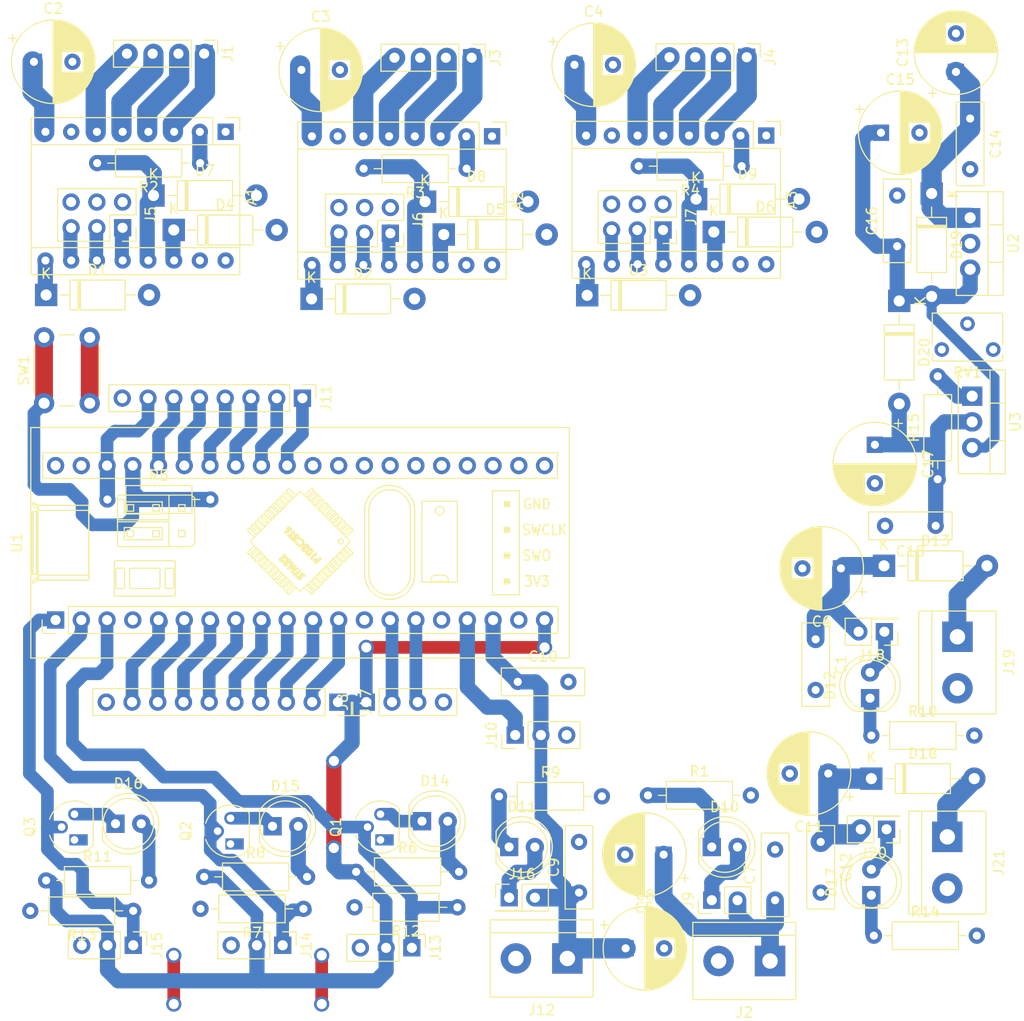
<source format=kicad_pcb>
(kicad_pcb (version 20171130) (host pcbnew "(5.1.6)-1")
  (layers (0 F.Cu signal) (31 B.Cu signal) (34 B.Paste user) (35 F.Paste user) (36 B.SilkS user) (37 F.SilkS user) (38 B.Mask user) (39 F.Mask user) (44 Edge.Cuts user))
  (net 0 "")
  (net 1 DirX)
  (net 2 VCC)
  (net 3 StepX)
  (net 4 GNDREF)
  (net 5 "Net-(A1-Pad14)")
  (net 6 "Net-(A1-Pad6)")
  (net 7 "Net-(A1-Pad13)")
  (net 8 "Net-(A1-Pad5)")
  (net 9 "Net-(A1-Pad12)")
  (net 10 "Net-(A1-Pad4)")
  (net 11 "Net-(A1-Pad11)")
  (net 12 "Net-(A1-Pad3)")
  (net 13 "Net-(A1-Pad10)")
  (net 14 +3V3)
  (net 15 "Net-(A1-Pad9)")
  (net 16 "Net-(A2-Pad9)")
  (net 17 "Net-(A2-Pad10)")
  (net 18 "Net-(A2-Pad3)")
  (net 19 "Net-(A2-Pad11)")
  (net 20 "Net-(A2-Pad4)")
  (net 21 "Net-(A2-Pad12)")
  (net 22 "Net-(A2-Pad5)")
  (net 23 "Net-(A2-Pad13)")
  (net 24 "Net-(A2-Pad6)")
  (net 25 "Net-(A2-Pad14)")
  (net 26 StepY)
  (net 27 DirY)
  (net 28 "Net-(A3-Pad9)")
  (net 29 "Net-(A3-Pad10)")
  (net 30 "Net-(A3-Pad3)")
  (net 31 "Net-(A3-Pad11)")
  (net 32 "Net-(A3-Pad4)")
  (net 33 "Net-(A3-Pad12)")
  (net 34 "Net-(A3-Pad5)")
  (net 35 "Net-(A3-Pad13)")
  (net 36 "Net-(A3-Pad6)")
  (net 37 "Net-(A3-Pad14)")
  (net 38 StepZ)
  (net 39 DirZ)
  (net 40 +BATT)
  (net 41 +5V)
  (net 42 EnableMotor)
  (net 43 SleepMotor)
  (net 44 ResetMotor)
  (net 45 "Net-(D10-Pad2)")
  (net 46 "Net-(D10-Pad1)")
  (net 47 "Net-(D11-Pad2)")
  (net 48 "Net-(D11-Pad1)")
  (net 49 "Net-(D12-Pad2)")
  (net 50 "Net-(D12-Pad1)")
  (net 51 "Net-(D13-Pad2)")
  (net 52 "Net-(D14-Pad1)")
  (net 53 "Net-(D14-Pad2)")
  (net 54 "Net-(D15-Pad1)")
  (net 55 "Net-(D15-Pad2)")
  (net 56 "Net-(D16-Pad1)")
  (net 57 "Net-(D16-Pad2)")
  (net 58 "Net-(J8-Pad2)")
  (net 59 "Net-(J8-Pad3)")
  (net 60 Gripper)
  (net 61 "Net-(J11-Pad1)")
  (net 62 "Net-(J11-Pad2)")
  (net 63 "Net-(J11-Pad3)")
  (net 64 "Net-(J11-Pad4)")
  (net 65 "Net-(J11-Pad5)")
  (net 66 "Net-(J11-Pad6)")
  (net 67 StopX)
  (net 68 StopY)
  (net 69 StopZ)
  (net 70 "Net-(J17-Pad2)")
  (net 71 "Net-(J17-Pad3)")
  (net 72 "Net-(J17-Pad4)")
  (net 73 "Net-(J17-Pad5)")
  (net 74 "Net-(J17-Pad6)")
  (net 75 "Net-(J17-Pad7)")
  (net 76 "Net-(J17-Pad8)")
  (net 77 "Net-(R5-Pad2)")
  (net 78 "Net-(U1-Pad24)")
  (net 79 "Net-(U1-Pad23)")
  (net 80 "Net-(U1-Pad22)")
  (net 81 "Net-(D17-Pad2)")
  (net 82 "Net-(D17-Pad1)")
  (net 83 "Net-(D18-Pad2)")
  (net 84 "Net-(R15-Pad2)")
  (net 85 "Net-(J17-Pad9)")
  (module Package_TO_SOT_THT:TO-92_HandSolder (layer F.Cu) (at 81.8 132.6 90)
    (fp_text reference Q2 (at 1.27 -4.4 90) (layer F.SilkS))
    (fp_text value BC558)
    (pad 1 thru_hole rect (at 0 0 90) (size 1.1 1.8) (drill 0.75 (offset 0 0.4)) (layers *.Cu *.Mask) (net 4 GNDREF))
    (pad 3 thru_hole roundrect (at 2.54 0 90) (size 1.1 1.8) (drill 0.75 (offset 0 0.4)) (layers *.Cu *.Mask) (net 54 "Net-(D15-Pad1)"))
    (pad 2 thru_hole roundrect (at 1.27 -1.27 90) (size 1.1 1.8) (drill 0.75 (offset 0 -0.4)) (layers *.Cu *.Mask) (net 68 StopY))
  )
  (module Potentiometer_THT:Potentiometer_Bourns_3266W_Vertical (layer F.Cu) (at 152 83.8 180)
    (fp_text reference RV1 (at -2.54 -2.27) (layer F.SilkS))
    (fp_text value 1K)
    (pad 3 thru_hole circle (at -5.08 0 180) (size 1.44 1.44) (drill 0.8) (layers *.Cu *.Mask) (net 4 GNDREF))
    (pad 2 thru_hole circle (at -2.54 2.54 180) (size 1.44 1.44) (drill 0.8) (layers *.Cu *.Mask) (net 4 GNDREF))
    (pad 1 thru_hole circle (at 0 0 180) (size 1.44 1.44) (drill 0.8) (layers *.Cu *.Mask) (net 84 "Net-(R15-Pad2)"))
  )
  (module TerminalBlock:TerminalBlock_bornier-2_P5.08mm (layer F.Cu) (at 153.55 112.15 270)
    (fp_text reference J19 (at 2.54 -5.08 90) (layer F.SilkS))
    (fp_text value Vbat)
    (pad 2 thru_hole circle (at 5.08 0 270) (size 3 3) (drill 1.52) (layers *.Cu *.Mask) (net 4 GNDREF))
    (pad 1 thru_hole rect (at 0 0 270) (size 3 3) (drill 1.52) (layers *.Cu *.Mask) (net 51 "Net-(D13-Pad2)"))
  )
  (module Connector_PinHeader_2.54mm:PinHeader_2x01_P2.54mm_Vertical (layer F.Cu) (at 146.34 111.65 180)
    (fp_text reference J18 (at 1.27 -2.33) (layer F.SilkS))
    (fp_text value jumperLedVbat)
    (pad 2 thru_hole oval (at 2.54 0 180) (size 1.7 1.7) (drill 1) (layers *.Cu *.Mask) (net 40 +BATT))
    (pad 1 thru_hole rect (at 0 0 180) (size 1.7 1.7) (drill 1) (layers *.Cu *.Mask) (net 49 "Net-(D12-Pad2)"))
  )
  (module Resistor_THT:R_Axial_DIN0207_L6.3mm_D2.5mm_P10.16mm_Horizontal (layer F.Cu) (at 145.05 121.9)
    (fp_text reference R10 (at 5.08 -2.37) (layer F.SilkS))
    (fp_text value 220)
    (pad 2 thru_hole oval (at 10.16 0) (size 1.6 1.6) (drill 0.8) (layers *.Cu *.Mask) (net 4 GNDREF))
    (pad 1 thru_hole circle (at 0 0) (size 1.6 1.6) (drill 0.8) (layers *.Cu *.Mask) (net 50 "Net-(D12-Pad1)"))
  )
  (module LED_THT:LED_D5.0mm (layer F.Cu) (at 144.922 118.2122 90)
    (fp_text reference D12 (at 1.27 -3.96 90) (layer F.SilkS))
    (fp_text value LED_Vbat)
    (pad 2 thru_hole circle (at 2.54 0 90) (size 1.8 1.8) (drill 0.9) (layers *.Cu *.Mask) (net 49 "Net-(D12-Pad2)"))
    (pad 1 thru_hole rect (at 0 0 90) (size 1.8 1.8) (drill 0.9) (layers *.Cu *.Mask) (net 50 "Net-(D12-Pad1)"))
  )
  (module Diode_THT:D_DO-41_SOD81_P10.16mm_Horizontal (layer F.Cu) (at 146.3 105.15)
    (fp_text reference D13 (at 5.08 -2.47) (layer F.SilkS))
    (fp_text value 1N4007)
    (fp_text user K (at 0 -2.1) (layer F.SilkS))
    (pad 2 thru_hole oval (at 10.16 0) (size 2.2 2.2) (drill 1.1) (layers *.Cu *.Mask) (net 51 "Net-(D13-Pad2)"))
    (pad 1 thru_hole rect (at 0 0) (size 2.2 2.2) (drill 1.1) (layers *.Cu *.Mask) (net 40 +BATT))
  )
  (module Capacitor_THT:CP_Radial_D8.0mm_P3.80mm (layer F.Cu) (at 142.05 105.4 180)
    (fp_text reference C6 (at 1.9 -5.25) (layer F.SilkS))
    (fp_text value 470uF)
    (pad 2 thru_hole circle (at 3.8 0 180) (size 1.6 1.6) (drill 0.8) (layers *.Cu *.Mask) (net 4 GNDREF))
    (pad 1 thru_hole rect (at 0 0 180) (size 1.6 1.6) (drill 0.8) (layers *.Cu *.Mask) (net 40 +BATT))
  )
  (module Capacitor_THT:C_Disc_D8.0mm_W2.5mm_P5.00mm (layer F.Cu) (at 139.55 112.4 270)
    (fp_text reference C1 (at 2.5 -2.5 90) (layer F.SilkS))
    (fp_text value 103)
    (pad 2 thru_hole circle (at 5 0 270) (size 1.6 1.6) (drill 0.8) (layers *.Cu *.Mask) (net 4 GNDREF))
    (pad 1 thru_hole circle (at 0 0 270) (size 1.6 1.6) (drill 0.8) (layers *.Cu *.Mask) (net 40 +BATT))
  )
  (module Diode_THT:D_DO-41_SOD81_P10.16mm_Horizontal (layer F.Cu) (at 145.05 126.15)
    (fp_text reference D18 (at 5.08 -2.47) (layer F.SilkS))
    (fp_text value 1N4007)
    (fp_text user K (at 0 -2.1) (layer F.SilkS))
    (pad 2 thru_hole oval (at 10.16 0) (size 2.2 2.2) (drill 1.1) (layers *.Cu *.Mask) (net 83 "Net-(D18-Pad2)"))
    (pad 1 thru_hole rect (at 0 0) (size 2.2 2.2) (drill 1.1) (layers *.Cu *.Mask) (net 2 VCC))
  )
  (module Capacitor_THT:C_Disc_D8.0mm_W2.5mm_P5.00mm (layer F.Cu) (at 140.05 132.4 270)
    (fp_text reference C12 (at 2.5 -2.5 90) (layer F.SilkS))
    (fp_text value 103)
    (pad 2 thru_hole circle (at 5 0 270) (size 1.6 1.6) (drill 0.8) (layers *.Cu *.Mask) (net 4 GNDREF))
    (pad 1 thru_hole circle (at 0 0 270) (size 1.6 1.6) (drill 0.8) (layers *.Cu *.Mask) (net 2 VCC))
  )
  (module Resistor_THT:R_Axial_DIN0207_L6.3mm_D2.5mm_P10.16mm_Horizontal (layer F.Cu) (at 145.3 141.65)
    (fp_text reference R14 (at 5.08 -2.37) (layer F.SilkS))
    (fp_text value 220)
    (pad 2 thru_hole oval (at 10.16 0) (size 1.6 1.6) (drill 0.8) (layers *.Cu *.Mask) (net 4 GNDREF))
    (pad 1 thru_hole circle (at 0 0) (size 1.6 1.6) (drill 0.8) (layers *.Cu *.Mask) (net 82 "Net-(D17-Pad1)"))
  )
  (module Capacitor_THT:CP_Radial_D8.0mm_P3.80mm (layer F.Cu) (at 140.8 125.65 180)
    (fp_text reference C11 (at 1.9 -5.25) (layer F.SilkS))
    (fp_text value 470uF)
    (pad 2 thru_hole circle (at 3.8 0 180) (size 1.6 1.6) (drill 0.8) (layers *.Cu *.Mask) (net 4 GNDREF))
    (pad 1 thru_hole rect (at 0 0 180) (size 1.6 1.6) (drill 0.8) (layers *.Cu *.Mask) (net 2 VCC))
  )
  (module LED_THT:LED_D5.0mm (layer F.Cu) (at 145.05 137.65 90)
    (fp_text reference D17 (at 1.27 -3.96 90) (layer F.SilkS))
    (fp_text value LED_Vcc)
    (pad 2 thru_hole circle (at 2.54 0 90) (size 1.8 1.8) (drill 0.9) (layers *.Cu *.Mask) (net 81 "Net-(D17-Pad2)"))
    (pad 1 thru_hole rect (at 0 0 90) (size 1.8 1.8) (drill 0.9) (layers *.Cu *.Mask) (net 82 "Net-(D17-Pad1)"))
  )
  (module Connector_PinHeader_2.54mm:PinHeader_2x01_P2.54mm_Vertical (layer F.Cu) (at 146.55 131.15 180)
    (fp_text reference J20 (at 1.27 -2.33) (layer F.SilkS))
    (fp_text value jumperLedVcc)
    (pad 2 thru_hole oval (at 2.54 0 180) (size 1.7 1.7) (drill 1) (layers *.Cu *.Mask) (net 2 VCC))
    (pad 1 thru_hole rect (at 0 0 180) (size 1.7 1.7) (drill 1) (layers *.Cu *.Mask) (net 81 "Net-(D17-Pad2)"))
  )
  (module TerminalBlock:TerminalBlock_bornier-2_P5.08mm (layer F.Cu) (at 152.55 131.9 270)
    (fp_text reference J21 (at 2.54 -5.08 90) (layer F.SilkS))
    (fp_text value Vcc)
    (pad 2 thru_hole circle (at 5.08 0 270) (size 3 3) (drill 1.52) (layers *.Cu *.Mask) (net 4 GNDREF))
    (pad 1 thru_hole rect (at 0 0 270) (size 3 3) (drill 1.52) (layers *.Cu *.Mask) (net 83 "Net-(D18-Pad2)"))
  )
  (module Diode_THT:D_DO-41_SOD81_P10.16mm_Horizontal (layer F.Cu) (at 117 78.45)
    (fp_text reference D3 (at 5.08 -2.47) (layer F.SilkS))
    (fp_text value 1N4007)
    (fp_text user K (at 0 -2.1) (layer F.SilkS))
    (pad 2 thru_hole oval (at 10.16 0) (size 2.2 2.2) (drill 1.1) (layers *.Cu *.Mask) (net 42 EnableMotor))
    (pad 1 thru_hole rect (at 0 0) (size 2.2 2.2) (drill 1.1) (layers *.Cu *.Mask) (net 28 "Net-(A3-Pad9)"))
  )
  (module Package_TO_SOT_THT:TO-220-3_Vertical (layer F.Cu) (at 155 88.4 270)
    (fp_text reference U3 (at 2.54 -4.27 90) (layer F.SilkS))
    (fp_text value LM317_TO-220)
    (pad 3 thru_hole oval (at 5.08 0 270) (size 1.905 2) (drill 1.1) (layers *.Cu *.Mask) (net 41 +5V))
    (pad 2 thru_hole oval (at 2.54 0 270) (size 1.905 2) (drill 1.1) (layers *.Cu *.Mask) (net 14 +3V3))
    (pad 1 thru_hole rect (at 0 0 270) (size 1.905 2) (drill 1.1) (layers *.Cu *.Mask) (net 84 "Net-(R15-Pad2)"))
  )
  (module Package_TO_SOT_THT:TO-220-3_Vertical (layer F.Cu) (at 154.8 70.8 270)
    (fp_text reference U2 (at 2.54 -4.27 90) (layer F.SilkS))
    (fp_text value LM7805_TO220)
    (pad 3 thru_hole oval (at 5.08 0 270) (size 1.905 2) (drill 1.1) (layers *.Cu *.Mask) (net 41 +5V))
    (pad 2 thru_hole oval (at 2.54 0 270) (size 1.905 2) (drill 1.1) (layers *.Cu *.Mask) (net 4 GNDREF))
    (pad 1 thru_hole rect (at 0 0 270) (size 1.905 2) (drill 1.1) (layers *.Cu *.Mask) (net 2 VCC))
  )
  (module Resistor_THT:R_Axial_DIN0207_L6.3mm_D2.5mm_P10.16mm_Horizontal (layer F.Cu) (at 151.6 96.6 90)
    (fp_text reference R15 (at 5.08 -2.37 90) (layer F.SilkS))
    (fp_text value 330)
    (pad 2 thru_hole oval (at 10.16 0 90) (size 1.6 1.6) (drill 0.8) (layers *.Cu *.Mask) (net 84 "Net-(R15-Pad2)"))
    (pad 1 thru_hole circle (at 0 0 90) (size 1.6 1.6) (drill 0.8) (layers *.Cu *.Mask) (net 14 +3V3))
  )
  (module Diode_THT:D_DO-41_SOD81_P10.16mm_Horizontal (layer F.Cu) (at 147.8 79 270)
    (fp_text reference D20 (at 5.08 -2.47 90) (layer F.SilkS))
    (fp_text value 1N4007)
    (fp_text user K (at 0 -2.1 90) (layer F.SilkS))
    (pad 2 thru_hole oval (at 10.16 0 270) (size 2.2 2.2) (drill 1.1) (layers *.Cu *.Mask) (net 14 +3V3))
    (pad 1 thru_hole rect (at 0 0 270) (size 2.2 2.2) (drill 1.1) (layers *.Cu *.Mask) (net 41 +5V))
  )
  (module Diode_THT:D_DO-41_SOD81_P10.16mm_Horizontal (layer F.Cu) (at 151 68.4 270)
    (fp_text reference D19 (at 5.08 -2.47 90) (layer F.SilkS))
    (fp_text value 1N4007)
    (fp_text user K (at 0 -2.1 90) (layer F.SilkS))
    (pad 2 thru_hole oval (at 10.16 0 270) (size 2.2 2.2) (drill 1.1) (layers *.Cu *.Mask) (net 41 +5V))
    (pad 1 thru_hole rect (at 0 0 270) (size 2.2 2.2) (drill 1.1) (layers *.Cu *.Mask) (net 2 VCC))
  )
  (module Capacitor_THT:C_Disc_D8.0mm_W2.5mm_P5.00mm (layer F.Cu) (at 151.4 101.2 180)
    (fp_text reference C18 (at 2.5 -2.5) (layer F.SilkS))
    (fp_text value 103)
    (pad 2 thru_hole circle (at 5 0 180) (size 1.6 1.6) (drill 0.8) (layers *.Cu *.Mask) (net 4 GNDREF))
    (pad 1 thru_hole circle (at 0 0 180) (size 1.6 1.6) (drill 0.8) (layers *.Cu *.Mask) (net 14 +3V3))
  )
  (module Capacitor_THT:CP_Radial_D8.0mm_P3.80mm (layer F.Cu) (at 145.4 93.2 270)
    (fp_text reference C17 (at 1.9 -5.25 90) (layer F.SilkS))
    (fp_text value 100uF)
    (pad 2 thru_hole circle (at 3.8 0 270) (size 1.6 1.6) (drill 0.8) (layers *.Cu *.Mask) (net 4 GNDREF))
    (pad 1 thru_hole rect (at 0 0 270) (size 1.6 1.6) (drill 0.8) (layers *.Cu *.Mask) (net 14 +3V3))
  )
  (module Capacitor_THT:C_Disc_D8.0mm_W2.5mm_P5.00mm (layer F.Cu) (at 147.6 73.6 90)
    (fp_text reference C16 (at 2.5 -2.5 90) (layer F.SilkS))
    (fp_text value 104)
    (pad 2 thru_hole circle (at 5 0 90) (size 1.6 1.6) (drill 0.8) (layers *.Cu *.Mask) (net 4 GNDREF))
    (pad 1 thru_hole circle (at 0 0 90) (size 1.6 1.6) (drill 0.8) (layers *.Cu *.Mask) (net 41 +5V))
  )
  (module Capacitor_THT:CP_Radial_D8.0mm_P3.80mm (layer F.Cu) (at 146 62.4)
    (fp_text reference C15 (at 1.9 -5.25) (layer F.SilkS))
    (fp_text value 220uF)
    (pad 2 thru_hole circle (at 3.8 0) (size 1.6 1.6) (drill 0.8) (layers *.Cu *.Mask) (net 4 GNDREF))
    (pad 1 thru_hole rect (at 0 0) (size 1.6 1.6) (drill 0.8) (layers *.Cu *.Mask) (net 41 +5V))
  )
  (module Capacitor_THT:C_Disc_D8.0mm_W2.5mm_P5.00mm (layer F.Cu) (at 154.8 61 270)
    (fp_text reference C14 (at 2.5 -2.5 90) (layer F.SilkS))
    (fp_text value 103)
    (pad 2 thru_hole circle (at 5 0 270) (size 1.6 1.6) (drill 0.8) (layers *.Cu *.Mask) (net 4 GNDREF))
    (pad 1 thru_hole circle (at 0 0 270) (size 1.6 1.6) (drill 0.8) (layers *.Cu *.Mask) (net 2 VCC))
  )
  (module Capacitor_THT:CP_Radial_D8.0mm_P3.80mm (layer F.Cu) (at 153.4 56.4 90)
    (fp_text reference C13 (at 1.9 -5.25 90) (layer F.SilkS))
    (fp_text value 470uF)
    (pad 2 thru_hole circle (at 3.8 0 90) (size 1.6 1.6) (drill 0.8) (layers *.Cu *.Mask) (net 4 GNDREF))
    (pad 1 thru_hole rect (at 0 0 90) (size 1.6 1.6) (drill 0.8) (layers *.Cu *.Mask) (net 2 VCC))
  )
  (module bluepill:YAAJ_BluePill_1 (layer F.Cu) (at 64.536601 110.493199 90)
    (fp_text reference U1 (at 7.62 -3.81 90) (layer F.SilkS))
    (fp_text value YAAJ_BluePill hide)
    (fp_text user GND (at 11.43 47.498 unlocked) (layer F.SilkS) (effects (font (size 1 0.9))))
    (fp_text user SWCLK (at 8.89 48.26 unlocked) (layer F.SilkS) (effects (font (size 1 0.9))))
    (fp_text user SWO (at 6.35 47.498 unlocked) (layer F.SilkS) (effects (font (size 1 0.9))))
    (fp_text user 3V3 (at 3.81 47.498 unlocked) (layer F.SilkS) (effects (font (size 1 0.9))))
    (pad 20 thru_hole circle (at 0 48.26 90) (size 1.7 1.7) (drill 1) (layers *.Cu *.Mask) (net 14 +3V3))
    (pad 21 thru_hole circle (at 15.24 48.26 90) (size 1.7 1.7) (drill 1) (layers *.Cu *.Mask) (net 40 +BATT))
    (pad 19 thru_hole circle (at 0 45.72 90) (size 1.7 1.7) (drill 1) (layers *.Cu *.Mask) (net 4 GNDREF))
    (pad 22 thru_hole circle (at 15.24 45.72 90) (size 1.7 1.7) (drill 1) (layers *.Cu *.Mask) (net 80 "Net-(U1-Pad22)"))
    (pad 18 thru_hole circle (at 0 43.18 90) (size 1.7 1.7) (drill 1) (layers *.Cu *.Mask) (net 41 +5V))
    (pad 23 thru_hole circle (at 15.24 43.18 90) (size 1.7 1.7) (drill 1) (layers *.Cu *.Mask) (net 79 "Net-(U1-Pad23)"))
    (pad 17 thru_hole circle (at 0 40.64 90) (size 1.7 1.7) (drill 1) (layers *.Cu *.Mask) (net 60 Gripper))
    (pad 24 thru_hole circle (at 15.24 40.64 90) (size 1.7 1.7) (drill 1) (layers *.Cu *.Mask) (net 78 "Net-(U1-Pad24)"))
    (pad 16 thru_hole circle (at 0 38.1 90) (size 1.7 1.7) (drill 1) (layers *.Cu *.Mask) (net 42 EnableMotor))
    (pad 25 thru_hole circle (at 15.24 38.1 90) (size 1.7 1.7) (drill 1) (layers *.Cu *.Mask) (net 3 StepX))
    (pad 15 thru_hole circle (at 0 35.56 90) (size 1.7 1.7) (drill 1) (layers *.Cu *.Mask) (net 59 "Net-(J8-Pad3)"))
    (pad 26 thru_hole circle (at 15.24 35.56 90) (size 1.7 1.7) (drill 1) (layers *.Cu *.Mask) (net 26 StepY))
    (pad 14 thru_hole circle (at 0 33.02 90) (size 1.7 1.7) (drill 1) (layers *.Cu *.Mask) (net 58 "Net-(J8-Pad2)"))
    (pad 27 thru_hole circle (at 15.24 33.02 90) (size 1.7 1.7) (drill 1) (layers *.Cu *.Mask) (net 38 StepZ))
    (pad 13 thru_hole circle (at 0 30.48 90) (size 1.7 1.7) (drill 1) (layers *.Cu *.Mask) (net 43 SleepMotor))
    (pad 28 thru_hole circle (at 15.24 30.48 90) (size 1.7 1.7) (drill 1) (layers *.Cu *.Mask) (net 1 DirX))
    (pad 12 thru_hole circle (at 0 27.94 90) (size 1.7 1.7) (drill 1) (layers *.Cu *.Mask) (net 70 "Net-(J17-Pad2)"))
    (pad 29 thru_hole circle (at 15.24 27.94 90) (size 1.7 1.7) (drill 1) (layers *.Cu *.Mask) (net 27 DirY))
    (pad 11 thru_hole circle (at 0 25.4 90) (size 1.7 1.7) (drill 1) (layers *.Cu *.Mask) (net 71 "Net-(J17-Pad3)"))
    (pad 30 thru_hole circle (at 15.24 25.4 90) (size 1.7 1.7) (drill 1) (layers *.Cu *.Mask) (net 39 DirZ))
    (pad 10 thru_hole circle (at 0 22.86 90) (size 1.7 1.7) (drill 1) (layers *.Cu *.Mask) (net 72 "Net-(J17-Pad4)"))
    (pad 31 thru_hole circle (at 15.24 22.86 90) (size 1.7 1.7) (drill 1) (layers *.Cu *.Mask) (net 61 "Net-(J11-Pad1)"))
    (pad 9 thru_hole circle (at 0 20.32 90) (size 1.7 1.7) (drill 1) (layers *.Cu *.Mask) (net 73 "Net-(J17-Pad5)"))
    (pad 32 thru_hole circle (at 15.24 20.32 90) (size 1.7 1.7) (drill 1) (layers *.Cu *.Mask) (net 62 "Net-(J11-Pad2)"))
    (pad 8 thru_hole circle (at 0 17.78 90) (size 1.7 1.7) (drill 1) (layers *.Cu *.Mask) (net 74 "Net-(J17-Pad6)"))
    (pad 33 thru_hole circle (at 15.24 17.78 90) (size 1.7 1.7) (drill 1) (layers *.Cu *.Mask) (net 63 "Net-(J11-Pad3)"))
    (pad 7 thru_hole circle (at 0 15.24 90) (size 1.7 1.7) (drill 1) (layers *.Cu *.Mask) (net 75 "Net-(J17-Pad7)"))
    (pad 34 thru_hole circle (at 15.24 15.24 90) (size 1.7 1.7) (drill 1) (layers *.Cu *.Mask) (net 64 "Net-(J11-Pad4)"))
    (pad 6 thru_hole circle (at 0 12.7 90) (size 1.7 1.7) (drill 1) (layers *.Cu *.Mask) (net 76 "Net-(J17-Pad8)"))
    (pad 35 thru_hole circle (at 15.24 12.7 90) (size 1.7 1.7) (drill 1) (layers *.Cu *.Mask) (net 65 "Net-(J11-Pad5)"))
    (pad 5 thru_hole circle (at 0 10.16 90) (size 1.7 1.7) (drill 1) (layers *.Cu *.Mask) (net 85 "Net-(J17-Pad9)"))
    (pad 36 thru_hole circle (at 15.24 10.16 90) (size 1.7 1.7) (drill 1) (layers *.Cu *.Mask) (net 66 "Net-(J11-Pad6)"))
    (pad 4 thru_hole circle (at 0 7.62 90) (size 1.7 1.7) (drill 1) (layers *.Cu *.Mask) (net 44 ResetMotor))
    (pad 37 thru_hole circle (at 15.24 7.62 90) (size 1.7 1.7) (drill 1) (layers *.Cu *.Mask) (net 77 "Net-(R5-Pad2)"))
    (pad 3 thru_hole circle (at 0 5.08 90) (size 1.7 1.7) (drill 1) (layers *.Cu *.Mask) (net 67 StopX))
    (pad 38 thru_hole circle (at 15.24 5.08 90) (size 1.7 1.7) (drill 1) (layers *.Cu *.Mask) (net 14 +3V3))
    (pad 2 thru_hole circle (at 0 2.54 90) (size 1.7 1.7) (drill 1) (layers *.Cu *.Mask) (net 68 StopY))
    (pad 39 thru_hole circle (at 15.24 2.54 90) (size 1.7 1.7) (drill 1) (layers *.Cu *.Mask) (net 4 GNDREF))
    (pad 1 thru_hole rect (at 0 0 90) (size 1.7 1.7) (drill 1) (layers *.Cu *.Mask) (net 69 StopZ))
    (pad 40 thru_hole circle (at 15.24 0 90) (size 1.7 1.7) (drill 1) (layers *.Cu *.Mask) (net 4 GNDREF))
  )
  (module Resistor_THT:R_Axial_DIN0207_L6.3mm_D2.5mm_P10.16mm_Horizontal (layer F.Cu) (at 79.2 135.85)
    (fp_text reference R8 (at 5.08 -2.37) (layer F.SilkS))
    (fp_text value 220)
    (pad 2 thru_hole oval (at 10.16 0) (size 1.6 1.6) (drill 0.8) (layers *.Cu *.Mask) (net 55 "Net-(D15-Pad2)"))
    (pad 1 thru_hole circle (at 0 0) (size 1.6 1.6) (drill 0.8) (layers *.Cu *.Mask) (net 14 +3V3))
  )
  (module Resistor_THT:R_Axial_DIN0207_L6.3mm_D2.5mm_P10.16mm_Horizontal (layer F.Cu) (at 89 139 180)
    (fp_text reference R7 (at 5.08 -2.37) (layer F.SilkS))
    (fp_text value 10k)
    (pad 2 thru_hole oval (at 10.16 0 180) (size 1.6 1.6) (drill 0.8) (layers *.Cu *.Mask) (net 4 GNDREF))
    (pad 1 thru_hole circle (at 0 0 180) (size 1.6 1.6) (drill 0.8) (layers *.Cu *.Mask) (net 68 StopY))
  )
  (module Connector_PinHeader_2.54mm:PinHeader_1x03_P2.54mm_Vertical (layer F.Cu) (at 86.95 142.6 270)
    (fp_text reference J14 (at 0 -2.33 90) (layer F.SilkS))
    (fp_text value End-Stop-Y)
    (pad 3 thru_hole oval (at 0 5.08 270) (size 1.7 1.7) (drill 1) (layers *.Cu *.Mask) (net 4 GNDREF))
    (pad 2 thru_hole oval (at 0 2.54 270) (size 1.7 1.7) (drill 1) (layers *.Cu *.Mask) (net 14 +3V3))
    (pad 1 thru_hole rect (at 0 0 270) (size 1.7 1.7) (drill 1) (layers *.Cu *.Mask) (net 68 StopY))
  )
  (module LED_THT:LED_D5.0mm (layer F.Cu) (at 85.95 130.85)
    (fp_text reference D15 (at 1.27 -3.96) (layer F.SilkS))
    (fp_text value LED)
    (pad 2 thru_hole circle (at 2.54 0) (size 1.8 1.8) (drill 0.9) (layers *.Cu *.Mask) (net 55 "Net-(D15-Pad2)"))
    (pad 1 thru_hole rect (at 0 0) (size 1.8 1.8) (drill 0.9) (layers *.Cu *.Mask) (net 54 "Net-(D15-Pad1)"))
  )
  (module Package_TO_SOT_THT:TO-92_HandSolder (layer F.Cu) (at 66.4 132.2 90)
    (fp_text reference Q3 (at 1.27 -4.4 90) (layer F.SilkS))
    (fp_text value BC558)
    (pad 1 thru_hole rect (at 0 0 90) (size 1.1 1.8) (drill 0.75 (offset 0 0.4)) (layers *.Cu *.Mask) (net 4 GNDREF))
    (pad 3 thru_hole roundrect (at 2.54 0 90) (size 1.1 1.8) (drill 0.75 (offset 0 0.4)) (layers *.Cu *.Mask) (net 56 "Net-(D16-Pad1)"))
    (pad 2 thru_hole roundrect (at 1.27 -1.27 90) (size 1.1 1.8) (drill 0.75 (offset 0 -0.4)) (layers *.Cu *.Mask) (net 69 StopZ))
  )
  (module Package_TO_SOT_THT:TO-92_HandSolder (layer F.Cu) (at 96.6 132.2 90)
    (fp_text reference Q1 (at 1.27 -4.4 90) (layer F.SilkS))
    (fp_text value BC558)
    (pad 1 thru_hole rect (at 0 0 90) (size 1.1 1.8) (drill 0.75 (offset 0 0.4)) (layers *.Cu *.Mask) (net 4 GNDREF))
    (pad 3 thru_hole roundrect (at 2.54 0 90) (size 1.1 1.8) (drill 0.75 (offset 0 0.4)) (layers *.Cu *.Mask) (net 52 "Net-(D14-Pad1)"))
    (pad 2 thru_hole roundrect (at 1.27 -1.27 90) (size 1.1 1.8) (drill 0.75 (offset 0 -0.4)) (layers *.Cu *.Mask) (net 67 StopX))
  )
  (module Button_Switch_THT:SW_PUSH_6mm_H5mm (layer F.Cu) (at 63.4 89.1 90)
    (fp_text reference SW1 (at 3.25 -2 90) (layer F.SilkS))
    (fp_text value SW_Push)
    (pad 1 thru_hole circle (at 6.5 0 180) (size 2 2) (drill 1.1) (layers *.Cu *.Mask) (net 77 "Net-(R5-Pad2)"))
    (pad 2 thru_hole circle (at 6.5 4.5 180) (size 2 2) (drill 1.1) (layers *.Cu *.Mask) (net 4 GNDREF))
    (pad 1 thru_hole circle (at 0 0 180) (size 2 2) (drill 1.1) (layers *.Cu *.Mask) (net 77 "Net-(R5-Pad2)"))
    (pad 2 thru_hole circle (at 0 4.5 180) (size 2 2) (drill 1.1) (layers *.Cu *.Mask) (net 4 GNDREF))
  )
  (module Resistor_THT:R_Axial_DIN0207_L6.3mm_D2.5mm_P10.16mm_Horizontal (layer F.Cu) (at 72.2 139.2 180)
    (fp_text reference R13 (at 5.08 -2.37) (layer F.SilkS))
    (fp_text value 10k)
    (pad 2 thru_hole oval (at 10.16 0 180) (size 1.6 1.6) (drill 0.8) (layers *.Cu *.Mask) (net 4 GNDREF))
    (pad 1 thru_hole circle (at 0 0 180) (size 1.6 1.6) (drill 0.8) (layers *.Cu *.Mask) (net 69 StopZ))
  )
  (module Resistor_THT:R_Axial_DIN0207_L6.3mm_D2.5mm_P10.16mm_Horizontal (layer F.Cu) (at 104.2 138.85 180)
    (fp_text reference R12 (at 5.08 -2.37) (layer F.SilkS))
    (fp_text value 10k)
    (pad 2 thru_hole oval (at 10.16 0 180) (size 1.6 1.6) (drill 0.8) (layers *.Cu *.Mask) (net 4 GNDREF))
    (pad 1 thru_hole circle (at 0 0 180) (size 1.6 1.6) (drill 0.8) (layers *.Cu *.Mask) (net 67 StopX))
  )
  (module Resistor_THT:R_Axial_DIN0207_L6.3mm_D2.5mm_P10.16mm_Horizontal (layer F.Cu) (at 63.6 136.2)
    (fp_text reference R11 (at 5.08 -2.37) (layer F.SilkS))
    (fp_text value 220)
    (pad 2 thru_hole oval (at 10.16 0) (size 1.6 1.6) (drill 0.8) (layers *.Cu *.Mask) (net 57 "Net-(D16-Pad2)"))
    (pad 1 thru_hole circle (at 0 0) (size 1.6 1.6) (drill 0.8) (layers *.Cu *.Mask) (net 14 +3V3))
  )
  (module Resistor_THT:R_Axial_DIN0207_L6.3mm_D2.5mm_P10.16mm_Horizontal (layer F.Cu) (at 108.3 127.9)
    (fp_text reference R9 (at 5.08 -2.37) (layer F.SilkS))
    (fp_text value 220)
    (pad 2 thru_hole oval (at 10.16 0) (size 1.6 1.6) (drill 0.8) (layers *.Cu *.Mask) (net 4 GNDREF))
    (pad 1 thru_hole circle (at 0 0) (size 1.6 1.6) (drill 0.8) (layers *.Cu *.Mask) (net 48 "Net-(D11-Pad1)"))
  )
  (module Resistor_THT:R_Axial_DIN0207_L6.3mm_D2.5mm_P10.16mm_Horizontal (layer F.Cu) (at 94.2 135.35)
    (fp_text reference R6 (at 5.08 -2.37) (layer F.SilkS))
    (fp_text value 220)
    (pad 2 thru_hole oval (at 10.16 0) (size 1.6 1.6) (drill 0.8) (layers *.Cu *.Mask) (net 53 "Net-(D14-Pad2)"))
    (pad 1 thru_hole circle (at 0 0) (size 1.6 1.6) (drill 0.8) (layers *.Cu *.Mask) (net 14 +3V3))
  )
  (module Resistor_THT:R_Axial_DIN0207_L6.3mm_D2.5mm_P10.16mm_Horizontal (layer F.Cu) (at 69.65 98.6)
    (fp_text reference R5 (at 5.08 -2.37) (layer F.SilkS))
    (fp_text value 10k)
    (pad 2 thru_hole oval (at 10.16 0) (size 1.6 1.6) (drill 0.8) (layers *.Cu *.Mask) (net 77 "Net-(R5-Pad2)"))
    (pad 1 thru_hole circle (at 0 0) (size 1.6 1.6) (drill 0.8) (layers *.Cu *.Mask) (net 14 +3V3))
  )
  (module Resistor_THT:R_Axial_DIN0207_L6.3mm_D2.5mm_P10.16mm_Horizontal (layer F.Cu) (at 132.25 65.7 180)
    (fp_text reference R4 (at 5.08 -2.37) (layer F.SilkS))
    (fp_text value 10k)
    (pad 2 thru_hole oval (at 10.16 0 180) (size 1.6 1.6) (drill 0.8) (layers *.Cu *.Mask) (net 35 "Net-(A3-Pad13)"))
    (pad 1 thru_hole circle (at 0 0 180) (size 1.6 1.6) (drill 0.8) (layers *.Cu *.Mask) (net 14 +3V3))
  )
  (module Resistor_THT:R_Axial_DIN0207_L6.3mm_D2.5mm_P10.16mm_Horizontal (layer F.Cu) (at 105.1 65.95 180)
    (fp_text reference R3 (at 5.08 -2.37) (layer F.SilkS))
    (fp_text value 10k)
    (pad 2 thru_hole oval (at 10.16 0 180) (size 1.6 1.6) (drill 0.8) (layers *.Cu *.Mask) (net 23 "Net-(A2-Pad13)"))
    (pad 1 thru_hole circle (at 0 0 180) (size 1.6 1.6) (drill 0.8) (layers *.Cu *.Mask) (net 14 +3V3))
  )
  (module Resistor_THT:R_Axial_DIN0207_L6.3mm_D2.5mm_P10.16mm_Horizontal (layer F.Cu) (at 78.8 65.4 180)
    (fp_text reference R2 (at 5.08 -2.37) (layer F.SilkS))
    (fp_text value 10k)
    (pad 2 thru_hole oval (at 10.16 0 180) (size 1.6 1.6) (drill 0.8) (layers *.Cu *.Mask) (net 7 "Net-(A1-Pad13)"))
    (pad 1 thru_hole circle (at 0 0 180) (size 1.6 1.6) (drill 0.8) (layers *.Cu *.Mask) (net 14 +3V3))
  )
  (module Resistor_THT:R_Axial_DIN0207_L6.3mm_D2.5mm_P10.16mm_Horizontal (layer F.Cu) (at 123 127.8)
    (fp_text reference R1 (at 5.08 -2.37) (layer F.SilkS))
    (fp_text value 220)
    (pad 2 thru_hole oval (at 10.16 0) (size 1.6 1.6) (drill 0.8) (layers *.Cu *.Mask) (net 4 GNDREF))
    (pad 1 thru_hole circle (at 0 0) (size 1.6 1.6) (drill 0.8) (layers *.Cu *.Mask) (net 46 "Net-(D10-Pad1)"))
  )
  (module Connector_PinSocket_2.54mm:PinSocket_1x10_P2.54mm_Vertical (layer F.Cu) (at 92.4 118.6 270)
    (fp_text reference J17 (at 0 -2.77 90) (layer F.SilkS))
    (fp_text value "Conector Auxiliar 1")
    (pad 10 thru_hole oval (at 0 22.86 270) (size 1.7 1.7) (drill 1) (layers *.Cu *.Mask) (net 4 GNDREF))
    (pad 9 thru_hole oval (at 0 20.32 270) (size 1.7 1.7) (drill 1) (layers *.Cu *.Mask) (net 85 "Net-(J17-Pad9)"))
    (pad 8 thru_hole oval (at 0 17.78 270) (size 1.7 1.7) (drill 1) (layers *.Cu *.Mask) (net 76 "Net-(J17-Pad8)"))
    (pad 7 thru_hole oval (at 0 15.24 270) (size 1.7 1.7) (drill 1) (layers *.Cu *.Mask) (net 75 "Net-(J17-Pad7)"))
    (pad 6 thru_hole oval (at 0 12.7 270) (size 1.7 1.7) (drill 1) (layers *.Cu *.Mask) (net 74 "Net-(J17-Pad6)"))
    (pad 5 thru_hole oval (at 0 10.16 270) (size 1.7 1.7) (drill 1) (layers *.Cu *.Mask) (net 73 "Net-(J17-Pad5)"))
    (pad 4 thru_hole oval (at 0 7.62 270) (size 1.7 1.7) (drill 1) (layers *.Cu *.Mask) (net 72 "Net-(J17-Pad4)"))
    (pad 3 thru_hole oval (at 0 5.08 270) (size 1.7 1.7) (drill 1) (layers *.Cu *.Mask) (net 71 "Net-(J17-Pad3)"))
    (pad 2 thru_hole oval (at 0 2.54 270) (size 1.7 1.7) (drill 1) (layers *.Cu *.Mask) (net 70 "Net-(J17-Pad2)"))
    (pad 1 thru_hole rect (at 0 0 270) (size 1.7 1.7) (drill 1) (layers *.Cu *.Mask) (net 14 +3V3))
  )
  (module Connector_PinHeader_2.54mm:PinHeader_2x01_P2.54mm_Vertical (layer F.Cu) (at 109.3 137.9)
    (fp_text reference J16 (at 1.27 -2.33) (layer F.SilkS))
    (fp_text value jumperLed5v)
    (pad 2 thru_hole oval (at 2.54 0) (size 1.7 1.7) (drill 1) (layers *.Cu *.Mask) (net 41 +5V))
    (pad 1 thru_hole rect (at 0 0) (size 1.7 1.7) (drill 1) (layers *.Cu *.Mask) (net 47 "Net-(D11-Pad2)"))
  )
  (module Connector_PinHeader_2.54mm:PinHeader_1x03_P2.54mm_Vertical (layer F.Cu) (at 72.2 142.6 270)
    (fp_text reference J15 (at 0 -2.33 90) (layer F.SilkS))
    (fp_text value End-Stop-Z)
    (pad 3 thru_hole oval (at 0 5.08 270) (size 1.7 1.7) (drill 1) (layers *.Cu *.Mask) (net 4 GNDREF))
    (pad 2 thru_hole oval (at 0 2.54 270) (size 1.7 1.7) (drill 1) (layers *.Cu *.Mask) (net 14 +3V3))
    (pad 1 thru_hole rect (at 0 0 270) (size 1.7 1.7) (drill 1) (layers *.Cu *.Mask) (net 69 StopZ))
  )
  (module Connector_PinHeader_2.54mm:PinHeader_1x03_P2.54mm_Vertical (layer F.Cu) (at 99.7 142.85 270)
    (fp_text reference J13 (at 0 -2.33 90) (layer F.SilkS))
    (fp_text value End-Stop-X)
    (pad 3 thru_hole oval (at 0 5.08 270) (size 1.7 1.7) (drill 1) (layers *.Cu *.Mask) (net 4 GNDREF))
    (pad 2 thru_hole oval (at 0 2.54 270) (size 1.7 1.7) (drill 1) (layers *.Cu *.Mask) (net 14 +3V3))
    (pad 1 thru_hole rect (at 0 0 270) (size 1.7 1.7) (drill 1) (layers *.Cu *.Mask) (net 67 StopX))
  )
  (module TerminalBlock:TerminalBlock_bornier-2_P5.08mm (layer F.Cu) (at 115.05 143.9 180)
    (fp_text reference J12 (at 2.54 -5.08) (layer F.SilkS))
    (fp_text value 5v)
    (pad 2 thru_hole circle (at 5.08 0 180) (size 3 3) (drill 1.52) (layers *.Cu *.Mask) (net 4 GNDREF))
    (pad 1 thru_hole rect (at 0 0 180) (size 3 3) (drill 1.52) (layers *.Cu *.Mask) (net 41 +5V))
  )
  (module Connector_PinHeader_2.54mm:PinHeader_1x08_P2.54mm_Vertical (layer F.Cu) (at 88.9 88.6 270)
    (fp_text reference J11 (at 0 -2.33 90) (layer F.SilkS))
    (fp_text value "Conector Auxiliar 2")
    (pad 8 thru_hole oval (at 0 17.78 270) (size 1.7 1.7) (drill 1) (layers *.Cu *.Mask) (net 4 GNDREF))
    (pad 7 thru_hole oval (at 0 15.24 270) (size 1.7 1.7) (drill 1) (layers *.Cu *.Mask) (net 14 +3V3))
    (pad 6 thru_hole oval (at 0 12.7 270) (size 1.7 1.7) (drill 1) (layers *.Cu *.Mask) (net 66 "Net-(J11-Pad6)"))
    (pad 5 thru_hole oval (at 0 10.16 270) (size 1.7 1.7) (drill 1) (layers *.Cu *.Mask) (net 65 "Net-(J11-Pad5)"))
    (pad 4 thru_hole oval (at 0 7.62 270) (size 1.7 1.7) (drill 1) (layers *.Cu *.Mask) (net 64 "Net-(J11-Pad4)"))
    (pad 3 thru_hole oval (at 0 5.08 270) (size 1.7 1.7) (drill 1) (layers *.Cu *.Mask) (net 63 "Net-(J11-Pad3)"))
    (pad 2 thru_hole oval (at 0 2.54 270) (size 1.7 1.7) (drill 1) (layers *.Cu *.Mask) (net 62 "Net-(J11-Pad2)"))
    (pad 1 thru_hole rect (at 0 0 270) (size 1.7 1.7) (drill 1) (layers *.Cu *.Mask) (net 61 "Net-(J11-Pad1)"))
  )
  (module Connector_PinHeader_2.54mm:PinHeader_1x03_P2.54mm_Vertical (layer F.Cu) (at 109.9 121.85 90)
    (fp_text reference J10 (at 0 -2.33 90) (layer F.SilkS))
    (fp_text value Gripper)
    (pad 1 thru_hole rect (at 0 0 90) (size 1.7 1.7) (drill 1) (layers *.Cu *.Mask) (net 60 Gripper))
    (pad 2 thru_hole oval (at 0 2.54 90) (size 1.7 1.7) (drill 1) (layers *.Cu *.Mask) (net 41 +5V))
    (pad 3 thru_hole oval (at 0 5.08 90) (size 1.7 1.7) (drill 1) (layers *.Cu *.Mask) (net 4 GNDREF))
  )
  (module Connector_PinHeader_2.54mm:PinHeader_1x02_P2.54mm_Vertical (layer F.Cu) (at 129.3 138.15 90)
    (fp_text reference J9 (at 0 -2.33 90) (layer F.SilkS))
    (fp_text value jumperLed3.3v)
    (pad 2 thru_hole oval (at 0 2.54 90) (size 1.7 1.7) (drill 1) (layers *.Cu *.Mask) (net 14 +3V3))
    (pad 1 thru_hole rect (at 0 0 90) (size 1.7 1.7) (drill 1) (layers *.Cu *.Mask) (net 45 "Net-(D10-Pad2)"))
  )
  (module Connector_PinHeader_2.54mm:PinHeader_1x04_P2.54mm_Vertical (layer F.Cu) (at 95.2 118.6 90)
    (fp_text reference J8 (at 0 -2.33 90) (layer F.SilkS))
    (fp_text value "Conector I2C")
    (pad 4 thru_hole oval (at 0 7.62 90) (size 1.7 1.7) (drill 1) (layers *.Cu *.Mask) (net 4 GNDREF))
    (pad 3 thru_hole oval (at 0 5.08 90) (size 1.7 1.7) (drill 1) (layers *.Cu *.Mask) (net 59 "Net-(J8-Pad3)"))
    (pad 2 thru_hole oval (at 0 2.54 90) (size 1.7 1.7) (drill 1) (layers *.Cu *.Mask) (net 58 "Net-(J8-Pad2)"))
    (pad 1 thru_hole rect (at 0 0 90) (size 1.7 1.7) (drill 1) (layers *.Cu *.Mask) (net 14 +3V3))
  )
  (module Connector_PinSocket_2.54mm:PinSocket_2x03_P2.54mm_Vertical (layer F.Cu) (at 124.4912 72.0012 270)
    (fp_text reference J7 (at -1.27 -2.77 90) (layer F.SilkS))
    (fp_text value "micro pasos Z")
    (pad 6 thru_hole oval (at -2.54 5.08 270) (size 1.7 1.7) (drill 1) (layers *.Cu *.Mask) (net 4 GNDREF))
    (pad 5 thru_hole oval (at 0 5.08 270) (size 1.7 1.7) (drill 1) (layers *.Cu *.Mask) (net 29 "Net-(A3-Pad10)"))
    (pad 4 thru_hole oval (at -2.54 2.54 270) (size 1.7 1.7) (drill 1) (layers *.Cu *.Mask) (net 4 GNDREF))
    (pad 3 thru_hole oval (at 0 2.54 270) (size 1.7 1.7) (drill 1) (layers *.Cu *.Mask) (net 31 "Net-(A3-Pad11)"))
    (pad 2 thru_hole oval (at -2.54 0 270) (size 1.7 1.7) (drill 1) (layers *.Cu *.Mask) (net 4 GNDREF))
    (pad 1 thru_hole rect (at 0 0 270) (size 1.7 1.7) (drill 1) (layers *.Cu *.Mask) (net 33 "Net-(A3-Pad12)"))
  )
  (module Connector_PinSocket_2.54mm:PinSocket_2x03_P2.54mm_Vertical (layer F.Cu) (at 97.5784 72.3254 270)
    (fp_text reference J6 (at -1.27 -2.77 90) (layer F.SilkS))
    (fp_text value "micro pasos Y")
    (pad 6 thru_hole oval (at -2.54 5.08 270) (size 1.7 1.7) (drill 1) (layers *.Cu *.Mask) (net 4 GNDREF))
    (pad 5 thru_hole oval (at 0 5.08 270) (size 1.7 1.7) (drill 1) (layers *.Cu *.Mask) (net 17 "Net-(A2-Pad10)"))
    (pad 4 thru_hole oval (at -2.54 2.54 270) (size 1.7 1.7) (drill 1) (layers *.Cu *.Mask) (net 4 GNDREF))
    (pad 3 thru_hole oval (at 0 2.54 270) (size 1.7 1.7) (drill 1) (layers *.Cu *.Mask) (net 19 "Net-(A2-Pad11)"))
    (pad 2 thru_hole oval (at -2.54 0 270) (size 1.7 1.7) (drill 1) (layers *.Cu *.Mask) (net 4 GNDREF))
    (pad 1 thru_hole rect (at 0 0 270) (size 1.7 1.7) (drill 1) (layers *.Cu *.Mask) (net 21 "Net-(A2-Pad12)"))
  )
  (module Connector_PinSocket_2.54mm:PinSocket_2x03_P2.54mm_Vertical (layer F.Cu) (at 71.1496 71.7838 270)
    (fp_text reference J5 (at -1.27 -2.77 90) (layer F.SilkS))
    (fp_text value "micro pasos X")
    (pad 6 thru_hole oval (at -2.54 5.08 270) (size 1.7 1.7) (drill 1) (layers *.Cu *.Mask) (net 4 GNDREF))
    (pad 5 thru_hole oval (at 0 5.08 270) (size 1.7 1.7) (drill 1) (layers *.Cu *.Mask) (net 13 "Net-(A1-Pad10)"))
    (pad 4 thru_hole oval (at -2.54 2.54 270) (size 1.7 1.7) (drill 1) (layers *.Cu *.Mask) (net 4 GNDREF))
    (pad 3 thru_hole oval (at 0 2.54 270) (size 1.7 1.7) (drill 1) (layers *.Cu *.Mask) (net 11 "Net-(A1-Pad11)"))
    (pad 2 thru_hole oval (at -2.54 0 270) (size 1.7 1.7) (drill 1) (layers *.Cu *.Mask) (net 4 GNDREF))
    (pad 1 thru_hole rect (at 0 0 270) (size 1.7 1.7) (drill 1) (layers *.Cu *.Mask) (net 9 "Net-(A1-Pad12)"))
  )
  (module Connector_PinHeader_2.54mm:PinHeader_1x04_P2.54mm_Vertical (layer F.Cu) (at 132.75 54.95 270)
    (fp_text reference J4 (at 0 -2.33 90) (layer F.SilkS))
    (fp_text value Motor_eje_Z)
    (pad 4 thru_hole oval (at 0 7.62 270) (size 1.7 1.7) (drill 1) (layers *.Cu *.Mask) (net 36 "Net-(A3-Pad6)"))
    (pad 3 thru_hole oval (at 0 5.08 270) (size 1.7 1.7) (drill 1) (layers *.Cu *.Mask) (net 34 "Net-(A3-Pad5)"))
    (pad 2 thru_hole oval (at 0 2.54 270) (size 1.7 1.7) (drill 1) (layers *.Cu *.Mask) (net 32 "Net-(A3-Pad4)"))
    (pad 1 thru_hole rect (at 0 0 270) (size 1.7 1.7) (drill 1) (layers *.Cu *.Mask) (net 30 "Net-(A3-Pad3)"))
  )
  (module Connector_PinHeader_2.54mm:PinHeader_1x04_P2.54mm_Vertical (layer F.Cu) (at 105.6 55 270)
    (fp_text reference J3 (at 0 -2.33 90) (layer F.SilkS))
    (fp_text value Motor_eje_Y)
    (pad 1 thru_hole rect (at 0 0 270) (size 1.7 1.7) (drill 1) (layers *.Cu *.Mask) (net 18 "Net-(A2-Pad3)"))
    (pad 2 thru_hole oval (at 0 2.54 270) (size 1.7 1.7) (drill 1) (layers *.Cu *.Mask) (net 20 "Net-(A2-Pad4)"))
    (pad 3 thru_hole oval (at 0 5.08 270) (size 1.7 1.7) (drill 1) (layers *.Cu *.Mask) (net 22 "Net-(A2-Pad5)"))
    (pad 4 thru_hole oval (at 0 7.62 270) (size 1.7 1.7) (drill 1) (layers *.Cu *.Mask) (net 24 "Net-(A2-Pad6)"))
  )
  (module TerminalBlock:TerminalBlock_bornier-2_P5.08mm (layer F.Cu) (at 135.05 144.15 180)
    (fp_text reference J2 (at 2.54 -5.08) (layer F.SilkS))
    (fp_text value 3.3v)
    (pad 2 thru_hole circle (at 5.08 0 180) (size 3 3) (drill 1.52) (layers *.Cu *.Mask) (net 4 GNDREF))
    (pad 1 thru_hole rect (at 0 0 180) (size 3 3) (drill 1.52) (layers *.Cu *.Mask) (net 14 +3V3))
  )
  (module Connector_PinHeader_2.54mm:PinHeader_1x04_P2.54mm_Vertical (layer F.Cu) (at 79.2 54.6 270)
    (fp_text reference J1 (at 0 -2.33 90) (layer F.SilkS))
    (fp_text value Motor_eje_X)
    (pad 4 thru_hole oval (at 0 7.62 270) (size 1.7 1.7) (drill 1) (layers *.Cu *.Mask) (net 6 "Net-(A1-Pad6)"))
    (pad 3 thru_hole oval (at 0 5.08 270) (size 1.7 1.7) (drill 1) (layers *.Cu *.Mask) (net 8 "Net-(A1-Pad5)"))
    (pad 2 thru_hole oval (at 0 2.54 270) (size 1.7 1.7) (drill 1) (layers *.Cu *.Mask) (net 10 "Net-(A1-Pad4)"))
    (pad 1 thru_hole rect (at 0 0 270) (size 1.7 1.7) (drill 1) (layers *.Cu *.Mask) (net 12 "Net-(A1-Pad3)"))
  )
  (module LED_THT:LED_D5.0mm (layer F.Cu) (at 70.45 130.6)
    (fp_text reference D16 (at 1.27 -3.96) (layer F.SilkS))
    (fp_text value LED)
    (pad 2 thru_hole circle (at 2.54 0) (size 1.8 1.8) (drill 0.9) (layers *.Cu *.Mask) (net 57 "Net-(D16-Pad2)"))
    (pad 1 thru_hole rect (at 0 0) (size 1.8 1.8) (drill 0.9) (layers *.Cu *.Mask) (net 56 "Net-(D16-Pad1)"))
  )
  (module LED_THT:LED_D5.0mm (layer F.Cu) (at 100.7 130.35)
    (fp_text reference D14 (at 1.27 -3.96) (layer F.SilkS))
    (fp_text value LED)
    (pad 2 thru_hole circle (at 2.54 0) (size 1.8 1.8) (drill 0.9) (layers *.Cu *.Mask) (net 53 "Net-(D14-Pad2)"))
    (pad 1 thru_hole rect (at 0 0) (size 1.8 1.8) (drill 0.9) (layers *.Cu *.Mask) (net 52 "Net-(D14-Pad1)"))
  )
  (module LED_THT:LED_D5.0mm (layer F.Cu) (at 109.3 132.9)
    (fp_text reference D11 (at 1.27 -3.96) (layer F.SilkS))
    (fp_text value LED_5v)
    (pad 2 thru_hole circle (at 2.54 0) (size 1.8 1.8) (drill 0.9) (layers *.Cu *.Mask) (net 47 "Net-(D11-Pad2)"))
    (pad 1 thru_hole rect (at 0 0) (size 1.8 1.8) (drill 0.9) (layers *.Cu *.Mask) (net 48 "Net-(D11-Pad1)"))
  )
  (module LED_THT:LED_D5.0mm (layer F.Cu) (at 129.3 132.9)
    (fp_text reference D10 (at 1.27 -3.96) (layer F.SilkS))
    (fp_text value LED_3.3v)
    (pad 2 thru_hole circle (at 2.54 0) (size 1.8 1.8) (drill 0.9) (layers *.Cu *.Mask) (net 45 "Net-(D10-Pad2)"))
    (pad 1 thru_hole rect (at 0 0) (size 1.8 1.8) (drill 0.9) (layers *.Cu *.Mask) (net 46 "Net-(D10-Pad1)"))
  )
  (module Diode_THT:D_DO-41_SOD81_P10.16mm_Horizontal (layer F.Cu) (at 127.75 68.95)
    (fp_text reference D9 (at 5.08 -2.47) (layer F.SilkS))
    (fp_text value 1N4007)
    (fp_text user K (at 0 -2.1) (layer F.SilkS))
    (pad 2 thru_hole oval (at 10.16 0) (size 2.2 2.2) (drill 1.1) (layers *.Cu *.Mask) (net 44 ResetMotor))
    (pad 1 thru_hole rect (at 0 0) (size 2.2 2.2) (drill 1.1) (layers *.Cu *.Mask) (net 35 "Net-(A3-Pad13)"))
  )
  (module Diode_THT:D_DO-41_SOD81_P10.16mm_Horizontal (layer F.Cu) (at 101 69.2)
    (fp_text reference D8 (at 5.08 -2.47) (layer F.SilkS))
    (fp_text value 1N4007)
    (fp_text user K (at 0 -2.1) (layer F.SilkS))
    (pad 2 thru_hole oval (at 10.16 0) (size 2.2 2.2) (drill 1.1) (layers *.Cu *.Mask) (net 44 ResetMotor))
    (pad 1 thru_hole rect (at 0 0) (size 2.2 2.2) (drill 1.1) (layers *.Cu *.Mask) (net 23 "Net-(A2-Pad13)"))
  )
  (module Diode_THT:D_DO-41_SOD81_P10.16mm_Horizontal (layer F.Cu) (at 74.2 68.6)
    (fp_text reference D7 (at 5.08 -2.47) (layer F.SilkS))
    (fp_text value 1N4007)
    (fp_text user K (at 0 -2.1) (layer F.SilkS))
    (pad 2 thru_hole oval (at 10.16 0) (size 2.2 2.2) (drill 1.1) (layers *.Cu *.Mask) (net 44 ResetMotor))
    (pad 1 thru_hole rect (at 0 0) (size 2.2 2.2) (drill 1.1) (layers *.Cu *.Mask) (net 7 "Net-(A1-Pad13)"))
  )
  (module Diode_THT:D_DO-41_SOD81_P10.16mm_Horizontal (layer F.Cu) (at 129.5 72.2)
    (fp_text reference D6 (at 5.08 -2.47) (layer F.SilkS))
    (fp_text value 1N4007)
    (fp_text user K (at 0 -2.1) (layer F.SilkS))
    (pad 2 thru_hole oval (at 10.16 0) (size 2.2 2.2) (drill 1.1) (layers *.Cu *.Mask) (net 43 SleepMotor))
    (pad 1 thru_hole rect (at 0 0) (size 2.2 2.2) (drill 1.1) (layers *.Cu *.Mask) (net 37 "Net-(A3-Pad14)"))
  )
  (module Diode_THT:D_DO-41_SOD81_P10.16mm_Horizontal (layer F.Cu) (at 102.85 72.45)
    (fp_text reference D5 (at 5.08 -2.47) (layer F.SilkS))
    (fp_text value 1N4007)
    (fp_text user K (at 0 -2.1) (layer F.SilkS))
    (pad 2 thru_hole oval (at 10.16 0) (size 2.2 2.2) (drill 1.1) (layers *.Cu *.Mask) (net 43 SleepMotor))
    (pad 1 thru_hole rect (at 0 0) (size 2.2 2.2) (drill 1.1) (layers *.Cu *.Mask) (net 25 "Net-(A2-Pad14)"))
  )
  (module Diode_THT:D_DO-41_SOD81_P10.16mm_Horizontal (layer F.Cu) (at 76.2 72)
    (fp_text reference D4 (at 5.08 -2.47) (layer F.SilkS))
    (fp_text value 1N4007)
    (fp_text user K (at 0 -2.1) (layer F.SilkS))
    (pad 2 thru_hole oval (at 10.16 0) (size 2.2 2.2) (drill 1.1) (layers *.Cu *.Mask) (net 43 SleepMotor))
    (pad 1 thru_hole rect (at 0 0) (size 2.2 2.2) (drill 1.1) (layers *.Cu *.Mask) (net 5 "Net-(A1-Pad14)"))
  )
  (module Diode_THT:D_DO-41_SOD81_P10.16mm_Horizontal (layer F.Cu) (at 89.8 78.8)
    (fp_text reference D2 (at 5.08 -2.47) (layer F.SilkS))
    (fp_text value 1N4007)
    (fp_text user K (at 0 -2.1) (layer F.SilkS))
    (pad 2 thru_hole oval (at 10.16 0) (size 2.2 2.2) (drill 1.1) (layers *.Cu *.Mask) (net 42 EnableMotor))
    (pad 1 thru_hole rect (at 0 0) (size 2.2 2.2) (drill 1.1) (layers *.Cu *.Mask) (net 16 "Net-(A2-Pad9)"))
  )
  (module Diode_THT:D_DO-41_SOD81_P10.16mm_Horizontal (layer F.Cu) (at 63.6 78.4132)
    (fp_text reference D1 (at 5.08 -2.47) (layer F.SilkS))
    (fp_text value 1N4007)
    (fp_text user K (at 0 -2.1) (layer F.SilkS))
    (pad 2 thru_hole oval (at 10.16 0) (size 2.2 2.2) (drill 1.1) (layers *.Cu *.Mask) (net 42 EnableMotor))
    (pad 1 thru_hole rect (at 0 0) (size 2.2 2.2) (drill 1.1) (layers *.Cu *.Mask) (net 15 "Net-(A1-Pad9)"))
  )
  (module Capacitor_THT:C_Disc_D8.0mm_W2.5mm_P5.00mm (layer F.Cu) (at 110.15 116.6)
    (fp_text reference C10 (at 2.5 -2.5) (layer F.SilkS))
    (fp_text value 103)
    (pad 2 thru_hole circle (at 5 0) (size 1.6 1.6) (drill 0.8) (layers *.Cu *.Mask) (net 4 GNDREF))
    (pad 1 thru_hole circle (at 0 0) (size 1.6 1.6) (drill 0.8) (layers *.Cu *.Mask) (net 41 +5V))
  )
  (module Capacitor_THT:C_Disc_D8.0mm_W2.5mm_P5.00mm (layer F.Cu) (at 116.2 137.4 90)
    (fp_text reference C9 (at 2.5 -2.5 90) (layer F.SilkS))
    (fp_text value 103)
    (pad 2 thru_hole circle (at 5 0 90) (size 1.6 1.6) (drill 0.8) (layers *.Cu *.Mask) (net 4 GNDREF))
    (pad 1 thru_hole circle (at 0 0 90) (size 1.6 1.6) (drill 0.8) (layers *.Cu *.Mask) (net 41 +5V))
  )
  (module Capacitor_THT:CP_Radial_D8.0mm_P3.80mm (layer F.Cu) (at 120.8 142.9)
    (fp_text reference C8 (at 1.9 -5.25) (layer F.SilkS))
    (fp_text value 470uF)
    (pad 2 thru_hole circle (at 3.8 0) (size 1.6 1.6) (drill 0.8) (layers *.Cu *.Mask) (net 4 GNDREF))
    (pad 1 thru_hole rect (at 0 0) (size 1.6 1.6) (drill 0.8) (layers *.Cu *.Mask) (net 41 +5V))
  )
  (module Capacitor_THT:C_Disc_D8.0mm_W2.5mm_P5.00mm (layer F.Cu) (at 135.55 138.15 90)
    (fp_text reference C7 (at 2.5 -2.5 90) (layer F.SilkS))
    (fp_text value 103)
    (pad 2 thru_hole circle (at 5 0 90) (size 1.6 1.6) (drill 0.8) (layers *.Cu *.Mask) (net 4 GNDREF))
    (pad 1 thru_hole circle (at 0 0 90) (size 1.6 1.6) (drill 0.8) (layers *.Cu *.Mask) (net 14 +3V3))
  )
  (module Capacitor_THT:CP_Radial_D8.0mm_P3.80mm (layer F.Cu) (at 124.55 133.65 180)
    (fp_text reference C5 (at 1.9 -5.25) (layer F.SilkS))
    (fp_text value 47uF)
    (pad 2 thru_hole circle (at 3.8 0 180) (size 1.6 1.6) (drill 0.8) (layers *.Cu *.Mask) (net 4 GNDREF))
    (pad 1 thru_hole rect (at 0 0 180) (size 1.6 1.6) (drill 0.8) (layers *.Cu *.Mask) (net 14 +3V3))
  )
  (module Capacitor_THT:CP_Radial_D8.0mm_P3.80mm (layer F.Cu) (at 115.75 55.7)
    (fp_text reference C4 (at 1.9 -5.25) (layer F.SilkS))
    (fp_text value 1000uF)
    (pad 2 thru_hole circle (at 3.8 0) (size 1.6 1.6) (drill 0.8) (layers *.Cu *.Mask) (net 4 GNDREF))
    (pad 1 thru_hole rect (at 0 0) (size 1.6 1.6) (drill 0.8) (layers *.Cu *.Mask) (net 2 VCC))
  )
  (module Capacitor_THT:CP_Radial_D8.0mm_P3.80mm (layer F.Cu) (at 88.8 56.2)
    (fp_text reference C3 (at 1.9 -5.25) (layer F.SilkS))
    (fp_text value 1000uF)
    (pad 1 thru_hole rect (at 0 0) (size 1.6 1.6) (drill 0.8) (layers *.Cu *.Mask) (net 2 VCC))
    (pad 2 thru_hole circle (at 3.8 0) (size 1.6 1.6) (drill 0.8) (layers *.Cu *.Mask) (net 4 GNDREF))
  )
  (module Capacitor_THT:CP_Radial_D8.0mm_P3.80mm (layer F.Cu) (at 62.4 55.4)
    (fp_text reference C2 (at 1.9 -5.25) (layer F.SilkS))
    (fp_text value 1000uF)
    (pad 2 thru_hole circle (at 3.8 0) (size 1.6 1.6) (drill 0.8) (layers *.Cu *.Mask) (net 4 GNDREF))
    (pad 1 thru_hole rect (at 0 0) (size 1.6 1.6) (drill 0.8) (layers *.Cu *.Mask) (net 2 VCC))
  )
  (module Module:Pololu_Breakout-16_15.2x20.3mm (layer F.Cu) (at 134.6766 62.6794 270)
    (fp_text reference A3 (at 6.35 -2.54 90) (layer F.SilkS))
    (fp_text value Pololu_Breakout_A4988)
    (pad 16 thru_hole oval (at 12.7 0 270) (size 1.6 1.6) (drill 0.8) (layers *.Cu *.Mask) (net 39 DirZ))
    (pad 8 thru_hole oval (at 0 17.78 270) (size 1.6 1.6) (drill 0.8) (layers *.Cu *.Mask) (net 2 VCC))
    (pad 15 thru_hole oval (at 12.7 2.54 270) (size 1.6 1.6) (drill 0.8) (layers *.Cu *.Mask) (net 38 StepZ))
    (pad 7 thru_hole oval (at 0 15.24 270) (size 1.6 1.6) (drill 0.8) (layers *.Cu *.Mask) (net 4 GNDREF))
    (pad 14 thru_hole oval (at 12.7 5.08 270) (size 1.6 1.6) (drill 0.8) (layers *.Cu *.Mask) (net 37 "Net-(A3-Pad14)"))
    (pad 6 thru_hole oval (at 0 12.7 270) (size 1.6 1.6) (drill 0.8) (layers *.Cu *.Mask) (net 36 "Net-(A3-Pad6)"))
    (pad 13 thru_hole oval (at 12.7 7.62 270) (size 1.6 1.6) (drill 0.8) (layers *.Cu *.Mask) (net 35 "Net-(A3-Pad13)"))
    (pad 5 thru_hole oval (at 0 10.16 270) (size 1.6 1.6) (drill 0.8) (layers *.Cu *.Mask) (net 34 "Net-(A3-Pad5)"))
    (pad 12 thru_hole oval (at 12.7 10.16 270) (size 1.6 1.6) (drill 0.8) (layers *.Cu *.Mask) (net 33 "Net-(A3-Pad12)"))
    (pad 4 thru_hole oval (at 0 7.62 270) (size 1.6 1.6) (drill 0.8) (layers *.Cu *.Mask) (net 32 "Net-(A3-Pad4)"))
    (pad 11 thru_hole oval (at 12.7 12.7 270) (size 1.6 1.6) (drill 0.8) (layers *.Cu *.Mask) (net 31 "Net-(A3-Pad11)"))
    (pad 3 thru_hole oval (at 0 5.08 270) (size 1.6 1.6) (drill 0.8) (layers *.Cu *.Mask) (net 30 "Net-(A3-Pad3)"))
    (pad 10 thru_hole oval (at 12.7 15.24 270) (size 1.6 1.6) (drill 0.8) (layers *.Cu *.Mask) (net 29 "Net-(A3-Pad10)"))
    (pad 2 thru_hole oval (at 0 2.54 270) (size 1.6 1.6) (drill 0.8) (layers *.Cu *.Mask) (net 14 +3V3))
    (pad 9 thru_hole oval (at 12.7 17.78 270) (size 1.6 1.6) (drill 0.8) (layers *.Cu *.Mask) (net 28 "Net-(A3-Pad9)"))
    (pad 1 thru_hole rect (at 0 0 270) (size 1.6 1.6) (drill 0.8) (layers *.Cu *.Mask) (net 4 GNDREF))
  )
  (module Module:Pololu_Breakout-16_15.2x20.3mm (layer F.Cu) (at 107.615799 62.754801 270)
    (fp_text reference A2 (at 6.35 -2.54 90) (layer F.SilkS))
    (fp_text value Pololu_Breakout_A4988)
    (pad 16 thru_hole oval (at 12.7 0 270) (size 1.6 1.6) (drill 0.8) (layers *.Cu *.Mask) (net 27 DirY))
    (pad 8 thru_hole oval (at 0 17.78 270) (size 1.6 1.6) (drill 0.8) (layers *.Cu *.Mask) (net 2 VCC))
    (pad 15 thru_hole oval (at 12.7 2.54 270) (size 1.6 1.6) (drill 0.8) (layers *.Cu *.Mask) (net 26 StepY))
    (pad 7 thru_hole oval (at 0 15.24 270) (size 1.6 1.6) (drill 0.8) (layers *.Cu *.Mask) (net 4 GNDREF))
    (pad 14 thru_hole oval (at 12.7 5.08 270) (size 1.6 1.6) (drill 0.8) (layers *.Cu *.Mask) (net 25 "Net-(A2-Pad14)"))
    (pad 6 thru_hole oval (at 0 12.7 270) (size 1.6 1.6) (drill 0.8) (layers *.Cu *.Mask) (net 24 "Net-(A2-Pad6)"))
    (pad 13 thru_hole oval (at 12.7 7.62 270) (size 1.6 1.6) (drill 0.8) (layers *.Cu *.Mask) (net 23 "Net-(A2-Pad13)"))
    (pad 5 thru_hole oval (at 0 10.16 270) (size 1.6 1.6) (drill 0.8) (layers *.Cu *.Mask) (net 22 "Net-(A2-Pad5)"))
    (pad 12 thru_hole oval (at 12.7 10.16 270) (size 1.6 1.6) (drill 0.8) (layers *.Cu *.Mask) (net 21 "Net-(A2-Pad12)"))
    (pad 4 thru_hole oval (at 0 7.62 270) (size 1.6 1.6) (drill 0.8) (layers *.Cu *.Mask) (net 20 "Net-(A2-Pad4)"))
    (pad 11 thru_hole oval (at 12.7 12.7 270) (size 1.6 1.6) (drill 0.8) (layers *.Cu *.Mask) (net 19 "Net-(A2-Pad11)"))
    (pad 3 thru_hole oval (at 0 5.08 270) (size 1.6 1.6) (drill 0.8) (layers *.Cu *.Mask) (net 18 "Net-(A2-Pad3)"))
    (pad 10 thru_hole oval (at 12.7 15.24 270) (size 1.6 1.6) (drill 0.8) (layers *.Cu *.Mask) (net 17 "Net-(A2-Pad10)"))
    (pad 2 thru_hole oval (at 0 2.54 270) (size 1.6 1.6) (drill 0.8) (layers *.Cu *.Mask) (net 14 +3V3))
    (pad 9 thru_hole oval (at 12.7 17.78 270) (size 1.6 1.6) (drill 0.8) (layers *.Cu *.Mask) (net 16 "Net-(A2-Pad9)"))
    (pad 1 thru_hole rect (at 0 0 270) (size 1.6 1.6) (drill 0.8) (layers *.Cu *.Mask) (net 4 GNDREF))
  )
  (module Module:Pololu_Breakout-16_15.2x20.3mm (layer F.Cu) (at 81.316799 62.312401 270)
    (fp_text reference A1 (at 6.35 -2.54 90) (layer F.SilkS))
    (fp_text value Pololu_Breakout_A4988)
    (pad 16 thru_hole oval (at 12.7 0 270) (size 1.6 1.6) (drill 0.8) (layers *.Cu *.Mask) (net 1 DirX))
    (pad 8 thru_hole oval (at 0 17.78 270) (size 1.6 1.6) (drill 0.8) (layers *.Cu *.Mask) (net 2 VCC))
    (pad 15 thru_hole oval (at 12.7 2.54 270) (size 1.6 1.6) (drill 0.8) (layers *.Cu *.Mask) (net 3 StepX))
    (pad 7 thru_hole oval (at 0 15.24 270) (size 1.6 1.6) (drill 0.8) (layers *.Cu *.Mask) (net 4 GNDREF))
    (pad 14 thru_hole oval (at 12.7 5.08 270) (size 1.6 1.6) (drill 0.8) (layers *.Cu *.Mask) (net 5 "Net-(A1-Pad14)"))
    (pad 6 thru_hole oval (at 0 12.7 270) (size 1.6 1.6) (drill 0.8) (layers *.Cu *.Mask) (net 6 "Net-(A1-Pad6)"))
    (pad 13 thru_hole oval (at 12.7 7.62 270) (size 1.6 1.6) (drill 0.8) (layers *.Cu *.Mask) (net 7 "Net-(A1-Pad13)"))
    (pad 5 thru_hole oval (at 0 10.16 270) (size 1.6 1.6) (drill 0.8) (layers *.Cu *.Mask) (net 8 "Net-(A1-Pad5)"))
    (pad 12 thru_hole oval (at 12.7 10.16 270) (size 1.6 1.6) (drill 0.8) (layers *.Cu *.Mask) (net 9 "Net-(A1-Pad12)"))
    (pad 4 thru_hole oval (at 0 7.62 270) (size 1.6 1.6) (drill 0.8) (layers *.Cu *.Mask) (net 10 "Net-(A1-Pad4)"))
    (pad 11 thru_hole oval (at 12.7 12.7 270) (size 1.6 1.6) (drill 0.8) (layers *.Cu *.Mask) (net 11 "Net-(A1-Pad11)"))
    (pad 3 thru_hole oval (at 0 5.08 270) (size 1.6 1.6) (drill 0.8) (layers *.Cu *.Mask) (net 12 "Net-(A1-Pad3)"))
    (pad 10 thru_hole oval (at 12.7 15.24 270) (size 1.6 1.6) (drill 0.8) (layers *.Cu *.Mask) (net 13 "Net-(A1-Pad10)"))
    (pad 2 thru_hole oval (at 0 2.54 270) (size 1.6 1.6) (drill 0.8) (layers *.Cu *.Mask) (net 14 +3V3))
    (pad 9 thru_hole oval (at 12.7 17.78 270) (size 1.6 1.6) (drill 0.8) (layers *.Cu *.Mask) (net 15 "Net-(A1-Pad9)"))
    (pad 1 thru_hole rect (at 0 0 270) (size 1.6 1.6) (drill 0.8) (layers *.Cu *.Mask) (net 4 GNDREF))
  )
  (segment (start 89.82 59.9072) (end 88.6734 58.7606) (width 2) (layer B.Cu) (net 2))
  (segment (start 89.82 62.74) (end 89.82 59.9072) (width 2) (layer B.Cu) (net 2))
  (segment (start 88.6734 58.7606) (end 88.6734 55.7606) (width 2) (layer B.Cu) (net 2))
  (segment (start 63.42 62.34) (end 63.42 59.5072) (width 2) (layer B.Cu) (net 2))
  (segment (start 62.2734 58.3606) (end 62.2734 55.3606) (width 2) (layer B.Cu) (net 2))
  (segment (start 63.42 59.5072) (end 62.2734 58.3606) (width 2) (layer B.Cu) (net 2))
  (segment (start 116.8458 62.6286) (end 116.8966 62.6794) (width 1.75) (layer B.Cu) (net 2))
  (segment (start 140.8 125.65) (end 140.8 131.65) (width 2) (layer B.Cu) (net 2))
  (segment (start 140.8 131.65) (end 140.05 132.4) (width 2) (layer B.Cu) (net 2))
  (segment (start 140.8 131.65) (end 143.51 131.65) (width 2) (layer B.Cu) (net 2))
  (segment (start 143.51 131.65) (end 144.01 131.15) (width 2) (layer B.Cu) (net 2))
  (segment (start 145.05 126.15) (end 141.3 126.15) (width 2) (layer B.Cu) (net 2))
  (segment (start 141.3 126.15) (end 140.8 125.65) (width 2) (layer B.Cu) (net 2))
  (segment (start 116.8966 62.6794) (end 116.8966 59.8466) (width 2) (layer B.Cu) (net 2))
  (segment (start 115.75 58.7) (end 115.75 55.7) (width 2) (layer B.Cu) (net 2))
  (segment (start 116.8966 59.8466) (end 115.75 58.7) (width 2) (layer B.Cu) (net 2))
  (segment (start 154.8 70.8) (end 152 70.8) (width 2) (layer B.Cu) (net 2))
  (segment (start 151 69.8) (end 151 68.4) (width 2) (layer B.Cu) (net 2))
  (segment (start 152 70.8) (end 151 69.8) (width 2) (layer B.Cu) (net 2))
  (segment (start 151 68.4) (end 151 65.8) (width 2) (layer B.Cu) (net 2))
  (segment (start 154.8 62) (end 154.8 61) (width 2) (layer B.Cu) (net 2))
  (segment (start 151 65.8) (end 154.8 62) (width 2) (layer B.Cu) (net 2))
  (segment (start 154.8 57.8) (end 153.4 56.4) (width 2) (layer B.Cu) (net 2))
  (segment (start 154.8 61) (end 154.8 57.8) (width 2) (layer B.Cu) (net 2))
  (segment (start 67.9 89.1) (end 67.9 82.6) (width 1.75) (layer F.Cu) (net 4))
  (via (at 76.2 148.4) (size 1.5) (drill 1) (layers F.Cu B.Cu) (net 4))
  (via (at 76.2 143.6) (size 1.5) (drill 1) (layers F.Cu B.Cu) (net 4))
  (via (at 90.8 143.6) (size 1.5) (drill 1) (layers F.Cu B.Cu) (net 4))
  (via (at 90.8 148.4) (size 1.5) (drill 1) (layers F.Cu B.Cu) (net 4))
  (segment (start 76.2 148.4) (end 76.2 143.6) (width 1.25) (layer F.Cu) (net 4))
  (segment (start 90.8 148.4) (end 90.8 143.6) (width 1.25) (layer F.Cu) (net 4))
  (segment (start 76.12 75.04) (end 76.12 71.9572) (width 1.5) (layer B.Cu) (net 5))
  (segment (start 68.5 57.764) (end 71.6534 54.6106) (width 2) (layer B.Cu) (net 6))
  (segment (start 68.5 62.34) (end 68.5 57.764) (width 2) (layer B.Cu) (net 6))
  (segment (start 73.58 75.04) (end 73.58 69.304) (width 1.5) (layer B.Cu) (net 7))
  (segment (start 74.2734 68.6106) (end 74.2734 66.3606) (width 1.5) (layer B.Cu) (net 7))
  (segment (start 74.2734 66.3606) (end 73.2734 65.3606) (width 1.5) (layer B.Cu) (net 7))
  (segment (start 73.2734 65.3606) (end 68.6134 65.3606) (width 1.5) (layer B.Cu) (net 7))
  (segment (start 71.04 59.344) (end 74.1934 56.1906) (width 2) (layer B.Cu) (net 8))
  (segment (start 74.1934 56.1906) (end 74.1934 54.6106) (width 2) (layer B.Cu) (net 8))
  (segment (start 71.04 62.34) (end 71.04 59.344) (width 2) (layer B.Cu) (net 8))
  (segment (start 71.0146 71.6618) (end 71.0146 75.0146) (width 1.25) (layer B.Cu) (net 9))
  (segment (start 71.1496 75.005202) (end 71.156799 75.012401) (width 1.25) (layer B.Cu) (net 9))
  (segment (start 71.1496 71.7838) (end 71.1496 75.005202) (width 1.25) (layer B.Cu) (net 9))
  (segment (start 73.58 62.34) (end 73.58 60.304) (width 2) (layer B.Cu) (net 10))
  (segment (start 76.7334 57.1506) (end 76.7334 54.6106) (width 2) (layer B.Cu) (net 10))
  (segment (start 73.58 60.304) (end 76.7334 57.1506) (width 2) (layer B.Cu) (net 10))
  (segment (start 68.5 75.04) (end 68.5 71.6872) (width 1.25) (layer B.Cu) (net 11))
  (segment (start 68.6096 75.005202) (end 68.616799 75.012401) (width 1.25) (layer B.Cu) (net 11))
  (segment (start 68.6096 71.7838) (end 68.6096 75.005202) (width 1.25) (layer B.Cu) (net 11))
  (segment (start 76.12 61.514) (end 79.2734 58.3606) (width 2) (layer B.Cu) (net 12))
  (segment (start 76.12 62.34) (end 76.12 61.514) (width 2) (layer B.Cu) (net 12))
  (segment (start 79.2734 58.3606) (end 79.2734 54.6106) (width 2) (layer B.Cu) (net 12))
  (segment (start 65.9346 71.6618) (end 65.9346 75.0146) (width 1.25) (layer B.Cu) (net 13))
  (segment (start 66.0696 75.005202) (end 66.076799 75.012401) (width 1.25) (layer B.Cu) (net 13))
  (segment (start 66.0696 71.7838) (end 66.0696 75.005202) (width 1.25) (layer B.Cu) (net 13))
  (segment (start 105.1734 65.7606) (end 105.1734 62.8534) (width 1.5) (layer B.Cu) (net 14))
  (segment (start 78.7734 65.3606) (end 78.7734 62.4534) (width 1.5) (layer B.Cu) (net 14))
  (segment (start 97.16 138.31) (end 94.2 135.35) (width 1.25) (layer B.Cu) (net 14))
  (segment (start 97.16 142.85) (end 97.16 138.31) (width 1.25) (layer B.Cu) (net 14))
  (segment (start 84.41 142.6) (end 84.41 139.56) (width 1.25) (layer B.Cu) (net 14))
  (segment (start 80.7 135.85) (end 79.2 135.85) (width 1.25) (layer B.Cu) (net 14))
  (segment (start 84.41 139.56) (end 80.7 135.85) (width 1.25) (layer B.Cu) (net 14))
  (segment (start 69.66 142.6) (end 69.66 145.06) (width 1.5) (layer B.Cu) (net 14))
  (segment (start 69.66 145.06) (end 70.7 146.1) (width 1.5) (layer B.Cu) (net 14))
  (segment (start 97.16 145.14) (end 97.16 142.85) (width 1.5) (layer B.Cu) (net 14))
  (segment (start 96.2 146.1) (end 97.16 145.14) (width 1.5) (layer B.Cu) (net 14))
  (segment (start 84.41 146.06) (end 84.45 146.1) (width 1.5) (layer B.Cu) (net 14))
  (segment (start 70.7 146.1) (end 84.45 146.1) (width 1.5) (layer B.Cu) (net 14))
  (segment (start 84.41 142.6) (end 84.41 146.06) (width 1.5) (layer B.Cu) (net 14))
  (segment (start 84.45 146.1) (end 96.2 146.1) (width 1.5) (layer B.Cu) (net 14))
  (segment (start 69.65 95.286598) (end 69.616601 95.253199) (width 1.5) (layer B.Cu) (net 14))
  (segment (start 69.65 98.6) (end 69.65 95.286598) (width 1.5) (layer B.Cu) (net 14))
  (segment (start 69.616601 95.253199) (end 69.616601 92.633399) (width 1.25) (layer B.Cu) (net 14))
  (segment (start 69.616601 92.633399) (end 70.4 91.85) (width 1.25) (layer B.Cu) (net 14))
  (segment (start 70.4 91.85) (end 72.65 91.85) (width 1.25) (layer B.Cu) (net 14))
  (segment (start 73.66 90.84) (end 73.66 88.6) (width 1.25) (layer B.Cu) (net 14))
  (segment (start 72.65 91.85) (end 73.66 90.84) (width 1.25) (layer B.Cu) (net 14))
  (segment (start 135.55 140.4) (end 135.55 138.15) (width 1.75) (layer B.Cu) (net 14))
  (segment (start 135.05 140.9) (end 135.55 140.4) (width 1.75) (layer B.Cu) (net 14))
  (segment (start 124.55 133.65) (end 124.55 137.9) (width 1.75) (layer B.Cu) (net 14))
  (segment (start 124.55 137.9) (end 127.55 140.9) (width 1.75) (layer B.Cu) (net 14))
  (segment (start 135.05 144.15) (end 135.05 140.9) (width 1.75) (layer B.Cu) (net 14))
  (segment (start 131.84 138.15) (end 131.84 139.69) (width 1.75) (layer B.Cu) (net 14))
  (segment (start 127.55 140.9) (end 133.05 140.9) (width 1.75) (layer B.Cu) (net 14))
  (segment (start 131.84 139.69) (end 133.05 140.9) (width 1.75) (layer B.Cu) (net 14))
  (segment (start 133.05 140.9) (end 135.05 140.9) (width 1.75) (layer B.Cu) (net 14))
  (segment (start 132.25 62.7928) (end 132.1366 62.6794) (width 1.5) (layer B.Cu) (net 14))
  (segment (start 132.25 65.7) (end 132.25 62.7928) (width 1.5) (layer B.Cu) (net 14))
  (segment (start 151.4 96.8) (end 151.6 96.6) (width 1.5) (layer B.Cu) (net 14))
  (segment (start 151.4 101.2) (end 151.4 96.8) (width 1.5) (layer B.Cu) (net 14))
  (segment (start 152.26 90.94) (end 155 90.94) (width 1.5) (layer B.Cu) (net 14))
  (segment (start 151.6 91.6) (end 152.26 90.94) (width 1.5) (layer B.Cu) (net 14))
  (segment (start 151 93.2) (end 151.6 93.8) (width 1.5) (layer B.Cu) (net 14))
  (segment (start 151.6 96.6) (end 151.6 93.8) (width 1.5) (layer B.Cu) (net 14))
  (segment (start 151.6 93.8) (end 151.6 91.6) (width 1.5) (layer B.Cu) (net 14))
  (segment (start 147.8 89.16) (end 147.8 92.8) (width 1.5) (layer B.Cu) (net 14))
  (segment (start 145.4 93.2) (end 148.2 93.2) (width 1.5) (layer B.Cu) (net 14))
  (segment (start 147.8 92.8) (end 148.2 93.2) (width 1.5) (layer B.Cu) (net 14))
  (segment (start 148.2 93.2) (end 151 93.2) (width 1.5) (layer B.Cu) (net 14))
  (segment (start 64 136.2) (end 64.6 136.8) (width 1.25) (layer B.Cu) (net 14))
  (segment (start 64.6 136.8) (end 64.6 139.2) (width 1.25) (layer B.Cu) (net 14))
  (segment (start 64.6 139.2) (end 65.6 140.2) (width 1.25) (layer B.Cu) (net 14))
  (segment (start 69.66 140.86) (end 69.66 142.6) (width 1.25) (layer B.Cu) (net 14))
  (segment (start 65.6 140.2) (end 69 140.2) (width 1.25) (layer B.Cu) (net 14))
  (segment (start 69 140.2) (end 69.66 140.86) (width 1.25) (layer B.Cu) (net 14))
  (segment (start 94.2 135.35) (end 92.55 135.35) (width 1.5) (layer B.Cu) (net 14))
  (segment (start 92.55 135.35) (end 92 134.8) (width 1.5) (layer B.Cu) (net 14))
  (segment (start 92 134.8) (end 92 133) (width 1.5) (layer B.Cu) (net 14))
  (segment (start 93.8 118.6) (end 93.8 122.6) (width 1.5) (layer B.Cu) (net 14))
  (segment (start 93.8 118.6) (end 95.2 118.6) (width 1.25) (layer B.Cu) (net 14))
  (segment (start 92.4 118.6) (end 93.8 118.6) (width 1.25) (layer B.Cu) (net 14))
  (segment (start 93.8 122.6) (end 92 124.4) (width 1.5) (layer B.Cu) (net 14))
  (segment (start 92 124.4) (end 92 124.4) (width 1.5) (layer B.Cu) (net 14))
  (via (at 92 124.4) (size 1.5) (drill 1) (layers F.Cu B.Cu) (net 14))
  (segment (start 92 133) (end 92 133) (width 1.5) (layer B.Cu) (net 14))
  (via (at 92 133) (size 1.5) (drill 1) (layers F.Cu B.Cu) (net 14))
  (segment (start 92 124.4) (end 92 133) (width 1.5) (layer F.Cu) (net 14))
  (segment (start 112.796601 110.493199) (end 112.796601 113.196601) (width 1.25) (layer B.Cu) (net 14))
  (segment (start 95.2 118.6) (end 95.2 113.2) (width 1.25) (layer B.Cu) (net 14))
  (segment (start 95.2 113.2) (end 95.2 113.2) (width 1.25) (layer B.Cu) (net 14))
  (via (at 95.2 113.2) (size 1.5) (drill 1) (layers F.Cu B.Cu) (net 14))
  (segment (start 112.796601 113.196601) (end 112.796601 113.196601) (width 1.25) (layer B.Cu) (net 14))
  (via (at 112.796601 113.196601) (size 1.5) (drill 1) (layers F.Cu B.Cu) (net 14))
  (segment (start 112.793202 113.2) (end 112.796601 113.196601) (width 1.25) (layer F.Cu) (net 14))
  (segment (start 95.2 113.2) (end 112.793202 113.2) (width 1.25) (layer F.Cu) (net 14))
  (segment (start 63.5234 78.1106) (end 63.5234 75.1434) (width 1.5) (layer B.Cu) (net 15))
  (segment (start 89.9234 78.5106) (end 89.9234 75.5434) (width 1.5) (layer B.Cu) (net 16))
  (segment (start 92.3346 72.0618) (end 92.3346 75.4146) (width 1.25) (layer B.Cu) (net 17))
  (segment (start 92.4984 75.3322) (end 92.375799 75.454801) (width 1.25) (layer B.Cu) (net 17))
  (segment (start 92.4984 72.3254) (end 92.4984 75.3322) (width 1.25) (layer B.Cu) (net 17))
  (segment (start 105.6734 58.7606) (end 105.6734 55.0106) (width 2) (layer B.Cu) (net 18))
  (segment (start 102.52 62.74) (end 102.52 61.914) (width 2) (layer B.Cu) (net 18))
  (segment (start 102.52 61.914) (end 105.6734 58.7606) (width 2) (layer B.Cu) (net 18))
  (segment (start 94.9 75.44) (end 94.9 72.0872) (width 1.25) (layer B.Cu) (net 19))
  (segment (start 94.915799 72.448001) (end 95.0384 72.3254) (width 1.25) (layer B.Cu) (net 19))
  (segment (start 94.915799 75.454801) (end 94.915799 72.448001) (width 1.25) (layer B.Cu) (net 19))
  (segment (start 99.98 62.74) (end 99.98 60.704) (width 2) (layer B.Cu) (net 20))
  (segment (start 103.1334 57.5506) (end 103.1334 55.0106) (width 2) (layer B.Cu) (net 20))
  (segment (start 99.98 60.704) (end 103.1334 57.5506) (width 2) (layer B.Cu) (net 20))
  (segment (start 97.4146 72.0618) (end 97.4146 75.4146) (width 1.25) (layer B.Cu) (net 21))
  (segment (start 97.455799 72.448001) (end 97.5784 72.3254) (width 1.25) (layer B.Cu) (net 21))
  (segment (start 97.455799 75.454801) (end 97.455799 72.448001) (width 1.25) (layer B.Cu) (net 21))
  (segment (start 97.44 59.744) (end 100.5934 56.5906) (width 2) (layer B.Cu) (net 22))
  (segment (start 100.5934 56.5906) (end 100.5934 55.0106) (width 2) (layer B.Cu) (net 22))
  (segment (start 97.44 62.74) (end 97.44 59.744) (width 2) (layer B.Cu) (net 22))
  (segment (start 99.98 75.44) (end 99.98 69.704) (width 1.5) (layer B.Cu) (net 23))
  (segment (start 99.6734 65.7606) (end 95.0134 65.7606) (width 1.5) (layer B.Cu) (net 23))
  (segment (start 100.6734 66.7606) (end 99.6734 65.7606) (width 1.5) (layer B.Cu) (net 23))
  (segment (start 100.6734 69.0106) (end 100.6734 66.7606) (width 1.5) (layer B.Cu) (net 23))
  (segment (start 94.9 62.74) (end 94.9 58.164) (width 2) (layer B.Cu) (net 24))
  (segment (start 94.9 58.164) (end 98.0534 55.0106) (width 2) (layer B.Cu) (net 24))
  (segment (start 102.52 75.44) (end 102.52 72.3572) (width 1.5) (layer B.Cu) (net 25))
  (segment (start 117.1252 75.608) (end 116.8966 75.3794) (width 1.25) (layer B.Cu) (net 28))
  (segment (start 117 75.4828) (end 116.8966 75.3794) (width 1.5) (layer B.Cu) (net 28))
  (segment (start 117 78.45) (end 117 75.4828) (width 1.5) (layer B.Cu) (net 28))
  (segment (start 119.4112 75.354) (end 119.4366 75.3794) (width 1.25) (layer B.Cu) (net 29))
  (segment (start 119.4112 72.0012) (end 119.4112 75.354) (width 1.25) (layer B.Cu) (net 29))
  (segment (start 129.5966 62.6794) (end 129.5966 61.8534) (width 2) (layer B.Cu) (net 30))
  (segment (start 132.75 58.7) (end 132.75 54.95) (width 2) (layer B.Cu) (net 30))
  (segment (start 129.5966 61.8534) (end 132.75 58.7) (width 2) (layer B.Cu) (net 30))
  (segment (start 121.9766 72.0266) (end 121.9512 72.0012) (width 1.25) (layer B.Cu) (net 31))
  (segment (start 121.9766 75.3794) (end 121.9766 72.0266) (width 1.25) (layer B.Cu) (net 31))
  (segment (start 127.0566 62.6794) (end 127.0566 60.6434) (width 2) (layer B.Cu) (net 32))
  (segment (start 130.21 57.49) (end 130.21 54.95) (width 2) (layer B.Cu) (net 32))
  (segment (start 127.0566 60.6434) (end 130.21 57.49) (width 2) (layer B.Cu) (net 32))
  (segment (start 124.4912 75.354) (end 124.5166 75.3794) (width 1.25) (layer B.Cu) (net 33))
  (segment (start 124.4912 72.0012) (end 124.4912 75.354) (width 1.25) (layer B.Cu) (net 33))
  (segment (start 124.5166 62.6794) (end 124.5166 59.6834) (width 2) (layer B.Cu) (net 34))
  (segment (start 127.67 56.53) (end 127.67 54.95) (width 2) (layer B.Cu) (net 34))
  (segment (start 124.5166 59.6834) (end 127.67 56.53) (width 2) (layer B.Cu) (net 34))
  (segment (start 127.0566 69.6434) (end 127.75 68.95) (width 1.5) (layer B.Cu) (net 35))
  (segment (start 127.0566 75.3794) (end 127.0566 69.6434) (width 1.5) (layer B.Cu) (net 35))
  (segment (start 127.75 68.95) (end 127.75 66.7) (width 1.5) (layer B.Cu) (net 35))
  (segment (start 126.75 65.7) (end 122.09 65.7) (width 1.5) (layer B.Cu) (net 35))
  (segment (start 127.75 66.7) (end 126.75 65.7) (width 1.5) (layer B.Cu) (net 35))
  (segment (start 121.9766 58.1034) (end 125.13 54.95) (width 2) (layer B.Cu) (net 36))
  (segment (start 121.9766 62.6794) (end 121.9766 58.1034) (width 2) (layer B.Cu) (net 36))
  (segment (start 129.5966 72.2966) (end 129.5 72.2) (width 1.5) (layer B.Cu) (net 37))
  (segment (start 129.5966 75.3794) (end 129.5966 72.2966) (width 1.5) (layer B.Cu) (net 37))
  (segment (start 146.3 105.15) (end 142.3 105.15) (width 1.75) (layer B.Cu) (net 40))
  (segment (start 142.3 105.15) (end 142.05 105.4) (width 1.75) (layer B.Cu) (net 40))
  (segment (start 140.55 109.15) (end 139.55 110.15) (width 1.75) (layer B.Cu) (net 40))
  (segment (start 142.05 107.65) (end 140.55 109.15) (width 1.75) (layer B.Cu) (net 40))
  (segment (start 140.55 109.15) (end 141.3 109.15) (width 1.75) (layer B.Cu) (net 40))
  (segment (start 141.3 109.15) (end 143.8 111.65) (width 1.75) (layer B.Cu) (net 40))
  (segment (start 139.55 110.15) (end 139.55 112.4) (width 1.75) (layer B.Cu) (net 40))
  (segment (start 142.05 105.4) (end 142.05 107.65) (width 1.75) (layer B.Cu) (net 40))
  (segment (start 112.44 121.85) (end 112.44 117.14) (width 1.5) (layer B.Cu) (net 41))
  (segment (start 111.9 116.6) (end 110.15 116.6) (width 1.5) (layer B.Cu) (net 41))
  (segment (start 112.44 117.14) (end 111.9 116.6) (width 1.5) (layer B.Cu) (net 41))
  (segment (start 107.716601 114.166601) (end 107.716601 110.493199) (width 1.5) (layer B.Cu) (net 41))
  (segment (start 110.15 116.6) (end 107.716601 114.166601) (width 1.5) (layer B.Cu) (net 41))
  (segment (start 115.05 138.15) (end 115.55 137.65) (width 1.75) (layer B.Cu) (net 41))
  (segment (start 115.05 143.9) (end 115.05 138.15) (width 1.75) (layer B.Cu) (net 41))
  (segment (start 114.8 137.9) (end 115.05 138.15) (width 1.75) (layer B.Cu) (net 41))
  (segment (start 111.84 137.9) (end 114.8 137.9) (width 1.75) (layer B.Cu) (net 41))
  (segment (start 116.05 142.9) (end 115.05 143.9) (width 2) (layer B.Cu) (net 41))
  (segment (start 120.8 142.9) (end 116.05 142.9) (width 2) (layer B.Cu) (net 41))
  (segment (start 155 93.48) (end 156.32 93.48) (width 1) (layer B.Cu) (net 41))
  (segment (start 156.32 93.48) (end 157.2 92.6) (width 1) (layer B.Cu) (net 41))
  (segment (start 157.2 92.6) (end 157.2 86.6) (width 1) (layer B.Cu) (net 41))
  (segment (start 151 80.4) (end 151 78.56) (width 1) (layer B.Cu) (net 41))
  (segment (start 157.2 86.6) (end 151 80.4) (width 1) (layer B.Cu) (net 41))
  (segment (start 154.04 78.56) (end 154.8 77.8) (width 1.5) (layer B.Cu) (net 41))
  (segment (start 151 78.56) (end 154.04 78.56) (width 1.5) (layer B.Cu) (net 41))
  (segment (start 154.8 75.88) (end 154.8 77.8) (width 1.5) (layer B.Cu) (net 41))
  (segment (start 148.24 78.56) (end 147.8 79) (width 1.5) (layer B.Cu) (net 41))
  (segment (start 151 78.56) (end 148.24 78.56) (width 1.5) (layer B.Cu) (net 41))
  (segment (start 147.6 78.8) (end 147.8 79) (width 1.5) (layer B.Cu) (net 41))
  (segment (start 147.6 73.6) (end 147.6 78.8) (width 1.5) (layer B.Cu) (net 41))
  (segment (start 146 62.4) (end 144.8 62.4) (width 1.5) (layer B.Cu) (net 41))
  (segment (start 144.8 62.4) (end 144.2 63) (width 1.5) (layer B.Cu) (net 41))
  (segment (start 144.2 63) (end 144.2 72.2) (width 1.5) (layer B.Cu) (net 41))
  (segment (start 145.6 73.6) (end 147.6 73.6) (width 1.5) (layer B.Cu) (net 41))
  (segment (start 144.2 72.2) (end 145.6 73.6) (width 1.5) (layer B.Cu) (net 41))
  (segment (start 114.8 137.9) (end 114.8 136.8) (width 1.25) (layer B.Cu) (net 41))
  (segment (start 114.8 136.8) (end 114 136) (width 1.25) (layer B.Cu) (net 41))
  (segment (start 114 136) (end 114 131.4) (width 1.25) (layer B.Cu) (net 41))
  (segment (start 112.44 129.84) (end 112.44 121.85) (width 1.25) (layer B.Cu) (net 41))
  (segment (start 114 131.4) (end 112.44 129.84) (width 1.25) (layer B.Cu) (net 41))
  (segment (start 129.3 138.15) (end 129.3 136.4) (width 1.5) (layer B.Cu) (net 45))
  (segment (start 129.3 136.4) (end 130.3 135.4) (width 1.5) (layer B.Cu) (net 45))
  (segment (start 130.3 135.4) (end 131.3 135.4) (width 1.5) (layer B.Cu) (net 45))
  (segment (start 131.84 134.86) (end 131.84 132.9) (width 1.5) (layer B.Cu) (net 45))
  (segment (start 131.3 135.4) (end 131.84 134.86) (width 1.5) (layer B.Cu) (net 45))
  (segment (start 123 127.8) (end 128 127.8) (width 1.5) (layer B.Cu) (net 46))
  (segment (start 129.3 129.1) (end 129.3 132.9) (width 1.5) (layer B.Cu) (net 46))
  (segment (start 128 127.8) (end 129.3 129.1) (width 1.5) (layer B.Cu) (net 46))
  (segment (start 109.3 137.9) (end 109.3 136.15) (width 1.5) (layer B.Cu) (net 47))
  (segment (start 109.3 136.15) (end 110.05 135.4) (width 1.5) (layer B.Cu) (net 47))
  (segment (start 110.05 135.4) (end 111.3 135.4) (width 1.5) (layer B.Cu) (net 47))
  (segment (start 111.84 134.86) (end 111.84 132.9) (width 1.5) (layer B.Cu) (net 47))
  (segment (start 111.3 135.4) (end 111.84 134.86) (width 1.5) (layer B.Cu) (net 47))
  (segment (start 108.3 131.9) (end 109.3 132.9) (width 1.5) (layer B.Cu) (net 48))
  (segment (start 108.3 127.9) (end 108.3 131.9) (width 1.5) (layer B.Cu) (net 48))
  (segment (start 146.34 114.2542) (end 144.922 115.6722) (width 1.25) (layer B.Cu) (net 49))
  (segment (start 146.34 111.65) (end 146.34 114.2542) (width 1.25) (layer B.Cu) (net 49))
  (segment (start 144.922 118.2122) (end 144.922 121.772) (width 1.25) (layer B.Cu) (net 50))
  (segment (start 144.922 121.772) (end 145.05 121.9) (width 1.25) (layer B.Cu) (net 50))
  (segment (start 153.55 112.15) (end 153.55 108.06) (width 1.75) (layer B.Cu) (net 51))
  (segment (start 153.55 108.06) (end 156.46 105.15) (width 1.75) (layer B.Cu) (net 51))
  (segment (start 96.6 129.66) (end 97.66 129.66) (width 1.25) (layer B.Cu) (net 52))
  (segment (start 98.35 130.35) (end 100.7 130.35) (width 1.25) (layer B.Cu) (net 52))
  (segment (start 97.66 129.66) (end 98.35 130.35) (width 1.25) (layer B.Cu) (net 52))
  (segment (start 103.24 134.23) (end 104.36 135.35) (width 1.5) (layer B.Cu) (net 53))
  (segment (start 103.24 130.35) (end 103.24 134.23) (width 1.5) (layer B.Cu) (net 53))
  (segment (start 85.16 130.06) (end 85.95 130.85) (width 1.25) (layer B.Cu) (net 54))
  (segment (start 81.8 130.06) (end 85.16 130.06) (width 1.25) (layer B.Cu) (net 54))
  (segment (start 88.49 134.98) (end 89.36 135.85) (width 1.5) (layer B.Cu) (net 55))
  (segment (start 88.49 130.85) (end 88.49 134.98) (width 1.5) (layer B.Cu) (net 55))
  (segment (start 69.51 129.66) (end 70.45 130.6) (width 1.25) (layer B.Cu) (net 56))
  (segment (start 66.4 129.66) (end 69.51 129.66) (width 1.25) (layer B.Cu) (net 56))
  (segment (start 73.76 131.37) (end 72.99 130.6) (width 1.25) (layer B.Cu) (net 57))
  (segment (start 73.76 136.2) (end 73.76 131.37) (width 1.25) (layer B.Cu) (net 57))
  (segment (start 97.74 110.676598) (end 97.556601 110.493199) (width 1.25) (layer B.Cu) (net 58))
  (segment (start 97.74 118.6) (end 97.74 110.676598) (width 1.25) (layer B.Cu) (net 58))
  (segment (start 100.096601 118.416601) (end 100.28 118.6) (width 1.25) (layer B.Cu) (net 59))
  (segment (start 100.096601 110.493199) (end 100.096601 118.416601) (width 1.25) (layer B.Cu) (net 59))
  (segment (start 105.176601 110.493199) (end 105.176601 117.126601) (width 1.5) (layer B.Cu) (net 60))
  (segment (start 105.176601 117.126601) (end 107.15 119.1) (width 1.5) (layer B.Cu) (net 60))
  (segment (start 107.15 119.1) (end 108.9 119.1) (width 1.5) (layer B.Cu) (net 60))
  (segment (start 109.9 120.1) (end 109.9 121.85) (width 1.5) (layer B.Cu) (net 60))
  (segment (start 108.9 119.1) (end 109.9 120.1) (width 1.5) (layer B.Cu) (net 60))
  (segment (start 88.9 88.6) (end 88.9 92.1) (width 1.25) (layer B.Cu) (net 61))
  (segment (start 87.396601 93.603399) (end 87.396601 95.253199) (width 1.25) (layer B.Cu) (net 61))
  (segment (start 88.9 92.1) (end 87.396601 93.603399) (width 1.25) (layer B.Cu) (net 61))
  (segment (start 86.36 88.6) (end 86.36 91.89) (width 1.25) (layer B.Cu) (net 62))
  (segment (start 84.856601 93.393399) (end 84.856601 95.253199) (width 1.25) (layer B.Cu) (net 62))
  (segment (start 86.36 91.89) (end 84.856601 93.393399) (width 1.25) (layer B.Cu) (net 62))
  (segment (start 83.82 88.6) (end 83.82 91.68) (width 1.25) (layer B.Cu) (net 63))
  (segment (start 82.316601 93.183399) (end 82.316601 95.253199) (width 1.25) (layer B.Cu) (net 63))
  (segment (start 83.82 91.68) (end 82.316601 93.183399) (width 1.25) (layer B.Cu) (net 63))
  (segment (start 79.776601 95.253199) (end 79.776601 93.223399) (width 1.25) (layer B.Cu) (net 64))
  (segment (start 81.28 91.72) (end 81.28 88.6) (width 1.25) (layer B.Cu) (net 64))
  (segment (start 79.776601 93.223399) (end 81.28 91.72) (width 1.25) (layer B.Cu) (net 64))
  (segment (start 77.236601 95.253199) (end 77.236601 92.513399) (width 1.25) (layer B.Cu) (net 65))
  (segment (start 78.74 91.01) (end 78.74 88.6) (width 1.25) (layer B.Cu) (net 65))
  (segment (start 77.236601 92.513399) (end 78.74 91.01) (width 1.25) (layer B.Cu) (net 65))
  (segment (start 74.696601 95.253199) (end 74.696601 92.303399) (width 1.25) (layer B.Cu) (net 66))
  (segment (start 76.2 90.8) (end 76.2 88.6) (width 1.25) (layer B.Cu) (net 66))
  (segment (start 74.696601 92.303399) (end 76.2 90.8) (width 1.25) (layer B.Cu) (net 66))
  (segment (start 100.2 138.85) (end 99.66 139.39) (width 1.25) (layer B.Cu) (net 67))
  (segment (start 104.2 138.85) (end 100.2 138.85) (width 1.25) (layer B.Cu) (net 67))
  (segment (start 99.66 139.39) (end 99.66 142.85) (width 1.25) (layer B.Cu) (net 67))
  (segment (start 99.66 137.795002) (end 99.66 139.39) (width 1.25) (layer B.Cu) (net 67))
  (segment (start 95.032499 133.167501) (end 95.032499 131.227501) (width 1.25) (layer B.Cu) (net 67))
  (segment (start 95.032499 133.167501) (end 99.66 137.795002) (width 1.25) (layer B.Cu) (net 67))
  (segment (start 95.032499 131.227501) (end 95.33 130.93) (width 1.25) (layer B.Cu) (net 67))
  (segment (start 69.616601 114.983399) (end 69.616601 110.493199) (width 1.25) (layer B.Cu) (net 67))
  (segment (start 68.8 115.8) (end 69.616601 114.983399) (width 1.25) (layer B.Cu) (net 67))
  (segment (start 80.2 126) (end 75.2 126) (width 1.25) (layer B.Cu) (net 67))
  (segment (start 82.6 128.4) (end 80.2 126) (width 1.25) (layer B.Cu) (net 67))
  (segment (start 67.4 115.8) (end 68.8 115.8) (width 1.25) (layer B.Cu) (net 67))
  (segment (start 89.4 128.4) (end 82.6 128.4) (width 1.25) (layer B.Cu) (net 67))
  (segment (start 95.33 130.93) (end 91.93 130.93) (width 1.25) (layer B.Cu) (net 67))
  (segment (start 67.4 123.8) (end 66.2 122.6) (width 1.25) (layer B.Cu) (net 67))
  (segment (start 91.93 130.93) (end 89.4 128.4) (width 1.25) (layer B.Cu) (net 67))
  (segment (start 75.2 126) (end 73 123.8) (width 1.25) (layer B.Cu) (net 67))
  (segment (start 73 123.8) (end 67.4 123.8) (width 1.25) (layer B.Cu) (net 67))
  (segment (start 66.2 122.6) (end 66.2 117) (width 1.25) (layer B.Cu) (net 67))
  (segment (start 66.2 117) (end 67.4 115.8) (width 1.25) (layer B.Cu) (net 67))
  (segment (start 89.2 139.1) (end 87.95 139.1) (width 1.25) (layer B.Cu) (net 68))
  (segment (start 86.95 142.6) (end 86.95 140.1) (width 1.25) (layer B.Cu) (net 68))
  (segment (start 87.95 139.1) (end 86.95 140.1) (width 1.25) (layer B.Cu) (net 68))
  (segment (start 86.95 139.25) (end 86.95 140.1) (width 1.25) (layer B.Cu) (net 68))
  (segment (start 79.8 132.06) (end 80.53 131.33) (width 1.25) (layer B.Cu) (net 68))
  (segment (start 86.95 139.15) (end 82 134.2) (width 1.25) (layer B.Cu) (net 68))
  (segment (start 86.95 139.25) (end 86.95 139.15) (width 1.25) (layer B.Cu) (net 68))
  (segment (start 80.8 134.2) (end 79.8 133.2) (width 1.25) (layer B.Cu) (net 68))
  (segment (start 82 134.2) (end 80.8 134.2) (width 1.25) (layer B.Cu) (net 68))
  (segment (start 79.8 133.2) (end 79.8 132.06) (width 1.25) (layer B.Cu) (net 68))
  (segment (start 64 115) (end 64 124) (width 1.25) (layer B.Cu) (net 68))
  (segment (start 67 111.771881) (end 67 112) (width 1.25) (layer B.Cu) (net 68))
  (segment (start 67 112) (end 64 115) (width 1.25) (layer B.Cu) (net 68))
  (segment (start 79.8 128.6) (end 79.8 130.6) (width 1.25) (layer B.Cu) (net 68))
  (segment (start 67.076601 110.493199) (end 67.076601 111.69528) (width 1.25) (layer B.Cu) (net 68))
  (segment (start 64 124) (end 66 126) (width 1.25) (layer B.Cu) (net 68))
  (segment (start 66 126) (end 71.6 126) (width 1.25) (layer B.Cu) (net 68))
  (segment (start 79.8 130.6) (end 80.53 131.33) (width 1.25) (layer B.Cu) (net 68))
  (segment (start 67.076601 111.69528) (end 67 111.771881) (width 1.25) (layer B.Cu) (net 68))
  (segment (start 71.6 126) (end 73.4 127.8) (width 1.25) (layer B.Cu) (net 68))
  (segment (start 73.4 127.8) (end 79 127.8) (width 1.25) (layer B.Cu) (net 68))
  (segment (start 79 127.8) (end 79.8 128.6) (width 1.25) (layer B.Cu) (net 68))
  (segment (start 62.906801 110.493199) (end 64.536601 110.493199) (width 1.25) (layer B.Cu) (net 69))
  (segment (start 61.95 111.45) (end 62.906801 110.493199) (width 1.25) (layer B.Cu) (net 69))
  (segment (start 72.2 142.6) (end 72.2 139.2) (width 1.25) (layer B.Cu) (net 69))
  (segment (start 65.13 130.93) (end 63.73 130.93) (width 1.25) (layer B.Cu) (net 69))
  (segment (start 63.73 130.93) (end 63.73 133.13) (width 1.25) (layer B.Cu) (net 69))
  (segment (start 63.73 133.13) (end 65.2 134.6) (width 1.25) (layer B.Cu) (net 69))
  (segment (start 65.2 134.6) (end 66.6 134.6) (width 1.25) (layer B.Cu) (net 69))
  (segment (start 66.6 134.6) (end 67.2 135.2) (width 1.25) (layer B.Cu) (net 69))
  (segment (start 67.2 135.2) (end 67.2 137.4) (width 1.25) (layer B.Cu) (net 69))
  (segment (start 67.2 137.4) (end 68.2 138.4) (width 1.25) (layer B.Cu) (net 69))
  (segment (start 72.2 139.2) (end 71 139.2) (width 1.25) (layer B.Cu) (net 69))
  (segment (start 70.2 138.4) (end 68.2 138.4) (width 1.25) (layer B.Cu) (net 69))
  (segment (start 71 139.2) (end 70.2 138.4) (width 1.25) (layer B.Cu) (net 69))
  (segment (start 63.73 127.43) (end 61.95 125.65) (width 1.25) (layer B.Cu) (net 69))
  (segment (start 63.73 130.93) (end 63.73 127.43) (width 1.25) (layer B.Cu) (net 69))
  (segment (start 61.95 111.45) (end 61.95 125.65) (width 1.25) (layer B.Cu) (net 69))
  (segment (start 89.86 118.6) (end 89.86 117.34) (width 1.25) (layer B.Cu) (net 70))
  (segment (start 92.476601 114.723399) (end 92.476601 110.493199) (width 1.25) (layer B.Cu) (net 70))
  (segment (start 89.86 117.34) (end 92.476601 114.723399) (width 1.25) (layer B.Cu) (net 70))
  (segment (start 90.11 110.666598) (end 89.936601 110.493199) (width 1.5) (layer B.Cu) (net 71))
  (segment (start 87.32 118.6) (end 87.32 116.68) (width 1.25) (layer B.Cu) (net 71))
  (segment (start 89.936601 114.063399) (end 89.936601 110.493199) (width 1.25) (layer B.Cu) (net 71))
  (segment (start 87.32 116.68) (end 89.936601 114.063399) (width 1.25) (layer B.Cu) (net 71))
  (segment (start 84.78 118.6) (end 84.78 116.42) (width 1.25) (layer B.Cu) (net 72))
  (segment (start 87.396601 113.803399) (end 87.396601 110.493199) (width 1.25) (layer B.Cu) (net 72))
  (segment (start 84.78 116.42) (end 87.396601 113.803399) (width 1.25) (layer B.Cu) (net 72))
  (segment (start 85.03 110.666598) (end 84.856601 110.493199) (width 1.5) (layer B.Cu) (net 73))
  (segment (start 82.24 118.6) (end 82.24 116.16) (width 1.25) (layer B.Cu) (net 73))
  (segment (start 84.856601 113.543399) (end 84.856601 110.493199) (width 1.25) (layer B.Cu) (net 73))
  (segment (start 82.24 116.16) (end 84.856601 113.543399) (width 1.25) (layer B.Cu) (net 73))
  (segment (start 79.7 118.6) (end 79.7 115.7) (width 1.25) (layer B.Cu) (net 74))
  (segment (start 79.7 115.7) (end 82.4 113) (width 1.25) (layer B.Cu) (net 74))
  (segment (start 82.4 110.576598) (end 82.316601 110.493199) (width 1.25) (layer B.Cu) (net 74))
  (segment (start 82.4 113) (end 82.4 110.576598) (width 1.25) (layer B.Cu) (net 74))
  (segment (start 79.95 110.666598) (end 79.776601 110.493199) (width 1.5) (layer B.Cu) (net 75))
  (segment (start 77.16 118.6) (end 77.16 115.44) (width 1.25) (layer B.Cu) (net 75))
  (segment (start 79.776601 112.823399) (end 79.776601 110.493199) (width 1.25) (layer B.Cu) (net 75))
  (segment (start 77.16 115.44) (end 79.776601 112.823399) (width 1.25) (layer B.Cu) (net 75))
  (segment (start 74.62 118.6) (end 74.62 115.38) (width 1.25) (layer B.Cu) (net 76))
  (segment (start 77.236601 112.763399) (end 77.236601 110.493199) (width 1.25) (layer B.Cu) (net 76))
  (segment (start 74.62 115.38) (end 77.236601 112.763399) (width 1.25) (layer B.Cu) (net 76))
  (segment (start 79.81 98.6) (end 72.9 98.6) (width 1.5) (layer B.Cu) (net 77))
  (segment (start 72.9 98.6) (end 72.156601 97.856601) (width 1.5) (layer B.Cu) (net 77))
  (segment (start 72.156601 95.253199) (end 72.156601 97.856601) (width 1.5) (layer B.Cu) (net 77))
  (segment (start 62.4 97.1) (end 62.400001 90.099999) (width 1.25) (layer B.Cu) (net 77))
  (segment (start 62.9 97.6) (end 62.4 97.1) (width 1.25) (layer B.Cu) (net 77))
  (segment (start 62.400001 90.099999) (end 63.4 89.1) (width 1.25) (layer B.Cu) (net 77))
  (segment (start 67.15 98.85) (end 65.9 97.6) (width 1.25) (layer B.Cu) (net 77))
  (segment (start 72.156601 100.343399) (end 71.4 101.1) (width 1.25) (layer B.Cu) (net 77))
  (segment (start 72.156601 97.856601) (end 72.156601 100.343399) (width 1.25) (layer B.Cu) (net 77))
  (segment (start 67.15 100.1) (end 67.15 98.85) (width 1.25) (layer B.Cu) (net 77))
  (segment (start 71.4 101.1) (end 68.15 101.1) (width 1.25) (layer B.Cu) (net 77))
  (segment (start 65.9 97.6) (end 62.9 97.6) (width 1.25) (layer B.Cu) (net 77))
  (segment (start 68.15 101.1) (end 67.15 100.1) (width 1.25) (layer B.Cu) (net 77))
  (segment (start 63.4 89.1) (end 63.4 82.6) (width 1.75) (layer F.Cu) (net 77))
  (segment (start 146.55 131.15) (end 146.55 133.61) (width 1.25) (layer B.Cu) (net 81))
  (segment (start 146.55 133.61) (end 145.05 135.11) (width 1.25) (layer B.Cu) (net 81))
  (segment (start 145.05 137.65) (end 145.05 141.4) (width 1.25) (layer B.Cu) (net 82))
  (segment (start 145.05 141.4) (end 145.3 141.65) (width 1.25) (layer B.Cu) (net 82))
  (segment (start 152.55 131.9) (end 152.55 128.81) (width 2) (layer B.Cu) (net 83))
  (segment (start 152.55 128.81) (end 155.21 126.15) (width 2) (layer B.Cu) (net 83))
  (segment (start 153.56 88.4) (end 151.6 86.44) (width 1.5) (layer B.Cu) (net 84))
  (segment (start 155 88.4) (end 153.56 88.4) (width 1.5) (layer B.Cu) (net 84))
  (segment (start 74.87 110.666598) (end 74.696601 110.493199) (width 1.5) (layer B.Cu) (net 85))
  (segment (start 72.08 118.6) (end 72.08 114.92) (width 1.25) (layer B.Cu) (net 85))
  (segment (start 74.696601 112.303399) (end 74.696601 110.493199) (width 1.25) (layer B.Cu) (net 85))
  (segment (start 72.08 114.92) (end 74.696601 112.303399) (width 1.25) (layer B.Cu) (net 85))
)
</source>
